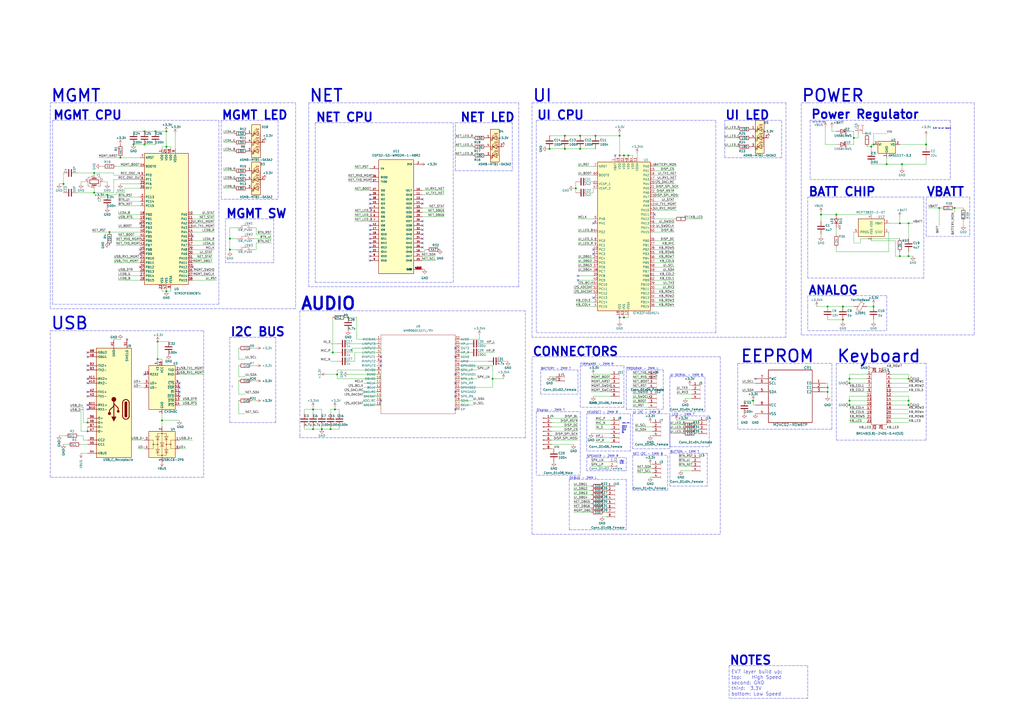
<source format=kicad_sch>
(kicad_sch (version 20211123) (generator eeschema)
  (paper "A2")
  (title_block (title "EV6 - FINN BERG") (date "2023-04-19") (company "CISCO SYSTEMS"))
  (junction (at 492.76 234.95))
  (junction (at 96.52 168.91))
  (junction (at 334.01 109.22))
  (junction (at 506.73 83.82))
  (junction (at 488.95 185.42))
  (junction (at 54.61 111.76))
  (junction (at 133.35 144.78))
  (junction (at 492.76 232.41))
  (junction (at 492.76 219.71))
  (junction (at 537.21 83.82))
  (junction (at 194.31 237.49))
  (junction (at 523.24 95.25))
  (junction (at 77.47 83.82))
  (junction (at 345.44 78.74))
  (junction (at 336.55 86.36))
  (junction (at 359.41 90.17))
  (junction (at 476.25 124.46))
  (junction (at 133.35 138.43))
  (junction (at 96.52 85.09))
  (junction (at 359.41 184.15))
  (junction (at 521.97 129.54))
  (junction (at 527.05 148.59))
  (junction (at 327.66 78.74))
  (junction (at 181.61 248.92))
  (junction (at 527.05 232.41))
  (junction (at 436.88 232.41))
  (junction (at 181.61 237.49))
  (junction (at 488.95 177.8))
  (junction (at 480.06 224.79))
  (junction (at 361.95 90.17))
  (junction (at 327.66 86.36))
  (junction (at 285.75 219.71))
  (junction (at 50.8 245.11))
  (junction (at 527.05 234.95))
  (junction (at 90.17 76.2))
  (junction (at 336.55 78.74))
  (junction (at 506.73 177.8))
  (junction (at 514.35 95.25))
  (junction (at 480.06 227.33))
  (junction (at 485.14 124.46))
  (junction (at 195.58 217.17))
  (junction (at 505.46 85.09))
  (junction (at 201.93 184.15))
  (junction (at 96.52 76.2))
  (junction (at 62.23 113.03))
  (junction (at 63.5 134.62))
  (junction (at 83.82 76.2))
  (junction (at 521.97 148.59))
  (junction (at 527.05 129.54))
  (junction (at 191.77 248.92))
  (junction (at 553.72 120.65))
  (junction (at 50.8 250.19))
  (junction (at 318.77 86.36))
  (junction (at 193.04 204.47))
  (junction (at 36.83 106.68))
  (junction (at 544.83 120.65))
  (junction (at 93.98 243.84))
  (junction (at 83.82 83.82))
  (junction (at 492.76 222.25))
  (junction (at 495.3 80.01))
  (junction (at 359.41 78.74))
  (junction (at 480.06 177.8))
  (junction (at 527.05 219.71))
  (junction (at 361.95 184.15))
  (junction (at 69.85 91.44))
  (junction (at 364.49 90.17))
  (junction (at 91.44 208.28))
  (junction (at 54.61 100.33))
  (junction (at 91.44 198.12))
  (junction (at 186.69 248.92))
  (no_connect (at 104.14 222.25))
  (no_connect (at 344.17 172.72))
  (no_connect (at 50.8 207.01))
  (no_connect (at 214.63 113.03))
  (no_connect (at 245.11 133.35))
  (no_connect (at 81.28 154.94))
  (no_connect (at 111.76 154.94))
  (no_connect (at 214.63 151.13))
  (no_connect (at 50.8 222.25))
  (no_connect (at 335.28 162.56))
  (no_connect (at 264.16 237.49))
  (no_connect (at 245.11 128.27))
  (no_connect (at 220.98 232.41))
  (no_connect (at 214.63 146.05))
  (no_connect (at 214.63 118.11))
  (no_connect (at 245.11 135.89))
  (no_connect (at 50.8 212.09))
  (no_connect (at 50.8 234.95))
  (no_connect (at 50.8 214.63))
  (no_connect (at 214.63 133.35))
  (no_connect (at 245.11 118.11))
  (no_connect (at 214.63 148.59))
  (no_connect (at 50.8 219.71))
  (no_connect (at 245.11 130.81))
  (no_connect (at 214.63 140.97))
  (no_connect (at 245.11 143.51))
  (no_connect (at 83.82 217.17))
  (no_connect (at 264.16 229.87))
  (no_connect (at 73.66 196.85))
  (no_connect (at 220.98 209.55))
  (no_connect (at 264.16 217.17))
  (no_connect (at 245.11 138.43))
  (no_connect (at 214.63 135.89))
  (no_connect (at 356.87 90.17))
  (no_connect (at 214.63 138.43))
  (no_connect (at 104.14 229.87))
  (no_connect (at 50.8 227.33))
  (no_connect (at 81.28 129.54))
  (no_connect (at 50.8 229.87))
  (no_connect (at 220.98 207.01))
  (no_connect (at 214.63 120.65))
  (no_connect (at 245.11 115.57))
  (no_connect (at 264.16 227.33))
  (no_connect (at 81.28 144.78))
  (no_connect (at 344.17 144.78))
  (no_connect (at 81.28 147.32))
  (no_connect (at 438.15 219.71))
  (no_connect (at 335.28 160.02))
  (no_connect (at 379.73 124.46))
  (no_connect (at 104.14 224.79))
  (no_connect (at 214.63 143.51))
  (no_connect (at 264.16 207.01))
  (no_connect (at 50.8 237.49))
  (no_connect (at 214.63 130.81))
  (no_connect (at 264.16 201.93))
  (no_connect (at 220.98 212.09))
  (no_connect (at 245.11 140.97))
  (no_connect (at 264.16 222.25))
  (no_connect (at 214.63 115.57))
  (no_connect (at 111.76 137.16))
  (no_connect (at 104.14 227.33))
  (no_connect (at 344.17 147.32))
  (no_connect (at 344.17 129.54))
  (no_connect (at 50.8 204.47))
  (wire (pts (xy 492.76 229.87) (xy 492.76 232.41)))
  (wire (pts (xy 492.76 240.03) (xy 502.92 240.03)))
  (wire (pts (xy 505.46 213.36) (xy 508 213.36)))
  (polyline (pts (xy 118.11 276.86) (xy 29.21 276.86)))
  (wire (pts (xy 111.76 160.02) (xy 124.46 160.02)))
  (wire (pts (xy 48.26 236.22) (xy 40.64 236.22)))
  (wire (pts (xy 392.43 243.84) (xy 405.13 243.84)))
  (polyline (pts (xy 410.21 262.89) (xy 410.21 281.94)))
  (wire (pts (xy 245.11 125.73) (xy 257.81 125.73)))
  (polyline (pts (xy 388.62 218.44) (xy 408.94 218.44)))
  (wire (pts (xy 76.2 255.27) (xy 83.82 255.27)))
  (polyline (pts (xy 264.16 71.12) (xy 297.18 71.12)))
  (wire (pts (xy 285.75 212.09) (xy 285.75 219.71)))
  (wire (pts (xy 379.73 132.08) (xy 391.16 132.08)))
  (wire (pts (xy 83.82 83.82) (xy 90.17 83.82)))
  (wire (pts (xy 129.54 99.06) (xy 135.89 99.06)))
  (wire (pts (xy 204.47 201.93) (xy 204.47 204.47)))
  (wire (pts (xy 99.06 168.91) (xy 96.52 168.91)))
  (wire (pts (xy 393.7 267.97) (xy 401.32 267.97)))
  (wire (pts (xy 359.41 184.15) (xy 361.95 184.15)))
  (wire (pts (xy 351.79 287.02) (xy 350.52 287.02)))
  (wire (pts (xy 480.06 224.79) (xy 480.06 227.33)))
  (wire (pts (xy 379.73 129.54) (xy 391.16 129.54)))
  (polyline (pts (xy 308.61 195.58) (xy 308.61 59.69)))
  (wire (pts (xy 482.6 76.2) (xy 485.14 76.2)))
  (wire (pts (xy 148.59 212.09) (xy 146.05 212.09)))
  (wire (pts (xy 544.83 120.65) (xy 544.83 130.81)))
  (wire (pts (xy 332.74 109.22) (xy 334.01 109.22)))
  (wire (pts (xy 111.76 147.32) (xy 123.19 147.32)))
  (polyline (pts (xy 464.82 59.69) (xy 468.63 59.69)))
  (wire (pts (xy 397.51 231.14) (xy 401.32 231.14)))
  (wire (pts (xy 335.28 152.4) (xy 344.17 152.4)))
  (wire (pts (xy 46.99 250.19) (xy 46.99 238.76)))
  (wire (pts (xy 148.59 132.08) (xy 148.59 135.89)))
  (wire (pts (xy 96.52 85.09) (xy 96.52 76.2)))
  (wire (pts (xy 335.28 142.24) (xy 344.17 142.24)))
  (wire (pts (xy 336.55 86.36) (xy 345.44 86.36)))
  (wire (pts (xy 246.38 144.78) (xy 246.38 146.05)))
  (wire (pts (xy 379.73 104.14) (xy 392.43 104.14)))
  (polyline (pts (xy 300.99 166.37) (xy 179.07 166.37)))
  (wire (pts (xy 335.28 149.86) (xy 344.17 149.86)))
  (wire (pts (xy 205.74 97.79) (xy 214.63 97.79)))
  (wire (pts (xy 148.59 135.89) (xy 157.48 135.89)))
  (wire (pts (xy 521.97 138.43) (xy 499.11 138.43)))
  (polyline (pts (xy 336.55 212.09) (xy 361.95 212.09)))
  (polyline (pts (xy 336.55 275.59) (xy 311.15 275.59)))
  (wire (pts (xy 342.9 222.25) (xy 354.33 222.25)))
  (wire (pts (xy 521.97 129.54) (xy 521.97 125.73)))
  (wire (pts (xy 492.76 245.11) (xy 502.92 245.11)))
  (wire (pts (xy 146.05 201.93) (xy 148.59 201.93)))
  (wire (pts (xy 59.69 105.41) (xy 62.23 105.41)))
  (wire (pts (xy 497.84 80.01) (xy 495.3 80.01)))
  (polyline (pts (xy 562.61 114.3) (xy 562.61 137.16)))
  (wire (pts (xy 480.06 185.42) (xy 488.95 185.42)))
  (wire (pts (xy 245.11 123.19) (xy 257.81 123.19)))
  (wire (pts (xy 39.37 257.81) (xy 36.83 257.81)))
  (wire (pts (xy 359.41 182.88) (xy 359.41 184.15)))
  (wire (pts (xy 133.35 138.43) (xy 133.35 144.78)))
  (wire (pts (xy 46.99 262.89) (xy 50.8 262.89)))
  (wire (pts (xy 220.98 217.17) (xy 201.93 217.17)))
  (wire (pts (xy 60.96 113.03) (xy 62.23 113.03)))
  (polyline (pts (xy 565.15 194.31) (xy 464.82 194.31)))
  (wire (pts (xy 101.6 77.47) (xy 101.6 86.36)))
  (wire (pts (xy 193.04 184.15) (xy 193.04 204.47)))
  (wire (pts (xy 210.82 222.25) (xy 220.98 222.25)))
  (polyline (pts (xy 313.69 214.63) (xy 335.28 214.63)))
  (wire (pts (xy 111.76 152.4) (xy 123.19 152.4)))
  (wire (pts (xy 521.97 146.05) (xy 521.97 148.59)))
  (polyline (pts (xy 551.18 69.85) (xy 551.18 104.14)))
  (wire (pts (xy 264.16 209.55) (xy 283.21 209.55)))
  (polyline (pts (xy 421.64 69.85) (xy 453.39 69.85)))
  (wire (pts (xy 245.11 156.21) (xy 246.38 156.21)))
  (wire (pts (xy 191.77 199.39) (xy 195.58 199.39)))
  (polyline (pts (xy 367.03 264.16) (xy 367.03 284.48)))
  (wire (pts (xy 191.77 247.65) (xy 191.77 248.92)))
  (wire (pts (xy 77.47 83.82) (xy 83.82 83.82)))
  (wire (pts (xy 495.3 76.2) (xy 495.3 80.01)))
  (wire (pts (xy 344.17 106.68) (xy 344.17 105.41)))
  (polyline (pts (xy 118.11 191.77) (xy 118.11 276.86)))
  (wire (pts (xy 49.53 105.41) (xy 46.99 105.41)))
  (wire (pts (xy 335.28 162.56) (xy 344.17 162.56)))
  (polyline (pts (xy 304.8 254) (xy 304.8 180.34)))
  (wire (pts (xy 245.11 120.65) (xy 257.81 120.65)))
  (wire (pts (xy 111.76 134.62) (xy 124.46 134.62)))
  (wire (pts (xy 379.73 127) (xy 391.16 127)))
  (wire (pts (xy 327.66 78.74) (xy 336.55 78.74)))
  (wire (pts (xy 176.53 248.92) (xy 181.61 248.92)))
  (wire (pts (xy 369.57 274.32) (xy 378.46 274.32)))
  (wire (pts (xy 45.72 252.73) (xy 48.26 252.73)))
  (wire (pts (xy 379.73 165.1) (xy 391.16 165.1)))
  (wire (pts (xy 342.9102 292.1) (xy 332.74 292.1)))
  (wire (pts (xy 335.28 96.52) (xy 344.17 96.52)))
  (polyline (pts (xy 415.29 193.04) (xy 415.29 69.85)))
  (wire (pts (xy 519.43 148.59) (xy 521.97 148.59)))
  (wire (pts (xy 96.52 85.09) (xy 96.52 86.36)))
  (wire (pts (xy 379.73 101.6) (xy 392.43 101.6)))
  (wire (pts (xy 345.44 256.54) (xy 354.33 256.54)))
  (wire (pts (xy 492.76 227.33) (xy 502.92 227.33)))
  (wire (pts (xy 205.74 110.49) (xy 214.63 110.49)))
  (wire (pts (xy 488.95 177.8) (xy 495.3 177.8)))
  (polyline (pts (xy 535.94 161.29) (xy 468.63 161.29)))
  (wire (pts (xy 523.24 95.25) (xy 523.24 97.79)))
  (wire (pts (xy 345.44 78.74) (xy 359.41 78.74)))
  (wire (pts (xy 544.83 120.65) (xy 546.1 120.65)))
  (wire (pts (xy 34.29 252.73) (xy 38.1 252.73)))
  (wire (pts (xy 476.25 124.46) (xy 485.14 124.46)))
  (wire (pts (xy 394.97 273.05) (xy 401.32 273.05)))
  (polyline (pts (xy 537.21 210.82) (xy 485.14 210.82)))
  (wire (pts (xy 558.8 128.27) (xy 558.8 130.81)))
  (wire (pts (xy 138.43 228.6) (xy 142.24 228.6)))
  (wire (pts (xy 196.85 237.49) (xy 194.31 237.49)))
  (wire (pts (xy 379.73 154.94) (xy 391.16 154.94)))
  (wire (pts (xy 148.59 140.97) (xy 157.48 140.97)))
  (wire (pts (xy 553.72 120.65) (xy 553.72 123.19)))
  (wire (pts (xy 514.35 95.25) (xy 523.24 95.25)))
  (wire (pts (xy 58.42 114.3) (xy 60.96 114.3)))
  (wire (pts (xy 264.16 214.63) (xy 276.86 214.63)))
  (wire (pts (xy 129.54 77.47) (xy 135.89 77.47)))
  (polyline (pts (xy 388.62 259.08) (xy 411.48 259.08)))
  (wire (pts (xy 204.47 201.93) (xy 220.98 201.93)))
  (wire (pts (xy 138.43 218.44) (xy 142.24 218.44)))
  (wire (pts (xy 104.14 234.95) (xy 114.3 234.95)))
  (wire (pts (xy 53.34 134.62) (xy 63.5 134.62)))
  (wire (pts (xy 492.76 234.95) (xy 502.92 234.95)))
  (wire (pts (xy 335.28 139.7) (xy 344.17 139.7)))
  (wire (pts (xy 359.41 90.17) (xy 361.95 90.17)))
  (wire (pts (xy 492.76 232.41) (xy 492.76 234.95)))
  (wire (pts (xy 196.85 237.49) (xy 196.85 240.03)))
  (polyline (pts (xy 330.2 307.34) (xy 363.22 307.34)))
  (wire (pts (xy 111.76 162.56) (xy 125.73 162.56)))
  (wire (pts (xy 334.01 109.22) (xy 334.01 111.76)))
  (polyline (pts (xy 468.63 177.8) (xy 468.63 191.77)))
  (polyline (pts (xy 365.76 261.62) (xy 340.36 261.62)))
  (wire (pts (xy 264.16 212.09) (xy 285.75 212.09)))
  (wire (pts (xy 96.52 167.64) (xy 96.52 168.91)))
  (polyline (pts (xy 161.29 115.57) (xy 128.27 115.57)))
  (polyline (pts (xy 330.2 278.13) (xy 363.22 278.13)))
  (wire (pts (xy 137.16 144.78) (xy 133.35 144.78)))
  (polyline (pts (xy 311.15 238.76) (xy 336.55 238.76)))
  (polyline (pts (xy 388.62 218.44) (xy 388.62 238.76)))
  (wire (pts (xy 359.41 184.15) (xy 359.41 186.69)))
  (wire (pts (xy 210.82 227.33) (xy 220.98 227.33)))
  (polyline (pts (xy 128.27 69.85) (xy 161.29 69.85)))
  (polyline (pts (xy 160.02 245.11) (xy 160.02 195.58)))
  (wire (pts (xy 191.77 237.49) (xy 191.77 240.03)))
  (polyline (pts (xy 464.82 194.31) (xy 464.82 59.69)))
  (wire (pts (xy 478.79 224.79) (xy 480.06 224.79)))
  (polyline (pts (xy 384.81 237.49) (xy 363.22 237.49)))
  (wire (pts (xy 492.76 83.82) (xy 495.3 83.82)))
  (wire (pts (xy 245.11 110.49) (xy 257.81 110.49)))
  (wire (pts (xy 138.43 240.03) (xy 142.24 240.03)))
  (wire (pts (xy 245.11 113.03) (xy 257.81 113.03)))
  (polyline (pts (xy 469.9 69.85) (xy 469.9 104.14)))
  (wire (pts (xy 492.76 232.41) (xy 502.92 232.41)))
  (wire (pts (xy 398.78 127) (xy 407.67 127)))
  (wire (pts (xy 59.69 96.52) (xy 58.42 96.52)))
  (wire (pts (xy 393.7 270.51) (xy 401.32 270.51)))
  (wire (pts (xy 427.99 85.09) (xy 420.37 85.09)))
  (wire (pts (xy 69.85 91.44) (xy 81.28 91.44)))
  (wire (pts (xy 318.77 78.74) (xy 327.66 78.74)))
  (wire (pts (xy 344.17 229.87) (xy 354.33 229.87)))
  (wire (pts (xy 516.89 217.17) (xy 527.05 217.17)))
  (wire (pts (xy 176.53 237.49) (xy 176.53 240.03)))
  (polyline (pts (xy 422.91 386.08) (xy 468.63 386.08)))
  (wire (pts (xy 77.47 222.25) (xy 83.82 222.25)))
  (wire (pts (xy 473.71 177.8) (xy 480.06 177.8)))
  (wire (pts (xy 129.54 87.63) (xy 135.89 87.63)))
  (polyline (pts (xy 363.22 214.63) (xy 384.81 214.63)))
  (wire (pts (xy 67.31 111.76) (xy 67.31 113.03)))
  (polyline (pts (xy 308.61 309.88) (xy 308.61 207.01)))
  (wire (pts (xy 320.04 255.27) (xy 335.28 255.27)))
  (wire (pts (xy 427.99 74.93) (xy 420.37 74.93)))
  (wire (pts (xy 147.32 144.78) (xy 148.59 144.78)))
  (wire (pts (xy 379.73 172.72) (xy 391.16 172.72)))
  (wire (pts (xy 359.41 77.47) (xy 359.41 78.74)))
  (wire (pts (xy 342.9 284.48) (xy 332.74 284.48)))
  (wire (pts (xy 50.8 250.19) (xy 46.99 250.19)))
  (polyline (pts (xy 304.8 180.34) (xy 181.61 180.34)))
  (wire (pts (xy 201.93 105.41) (xy 214.63 105.41)))
  (wire (pts (xy 499.11 138.43) (xy 499.11 140.97)))
  (wire (pts (xy 80.01 260.35) (xy 83.82 260.35)))
  (wire (pts (xy 320.04 245.11) (xy 335.28 245.11)))
  (polyline (pts (xy 342.9 240.03) (xy 365.76 240.03)))
  (wire (pts (xy 334.01 177.8) (xy 344.17 177.8)))
  (wire (pts (xy 207.01 196.85) (xy 220.98 196.85)))
  (wire (pts (xy 320.04 260.35) (xy 321.31 260.35)))
  (wire (pts (xy 137.16 138.43) (xy 133.35 138.43)))
  (wire (pts (xy 361.95 90.17) (xy 364.49 90.17)))
  (wire (pts (xy 205.74 204.47) (xy 205.74 209.55)))
  (wire (pts (xy 345.44 243.84) (xy 354.33 243.84)))
  (wire (pts (xy 93.98 208.28) (xy 93.98 209.55)))
  (wire (pts (xy 274.32 85.09) (xy 264.16 85.09)))
  (wire (pts (xy 210.82 229.87) (xy 220.98 229.87)))
  (wire (pts (xy 203.2 199.39) (xy 220.98 199.39)))
  (polyline (pts (xy 363.22 278.13) (xy 363.22 279.4)))
  (wire (pts (xy 379.73 116.84) (xy 391.16 116.84)))
  (wire (pts (xy 320.04 250.19) (xy 335.28 250.19)))
  (wire (pts (xy 186.69 248.92) (xy 186.69 247.65)))
  (wire (pts (xy 553.72 120.65) (xy 558.8 120.65)))
  (polyline (pts (xy 411.48 259.08) (xy 411.48 241.3)))
  (wire (pts (xy 478.79 222.25) (xy 480.06 222.25)))
  (wire (pts (xy 506.73 77.47) (xy 514.35 77.47)))
  (wire (pts (xy 485.14 132.08) (xy 485.14 135.89)))
  (polyline (pts (xy 367.03 284.48) (xy 387.35 284.48)))
  (wire (pts (xy 318.77 86.36) (xy 327.66 86.36)))
  (polyline (pts (xy 417.83 309.88) (xy 308.61 309.88)))
  (polyline (pts (xy 336.55 236.22) (xy 336.55 212.09)))
  (polyline (pts (xy 297.18 99.06) (xy 264.16 99.06)))
  (wire (pts (xy 181.61 237.49) (xy 176.53 237.49)))
  (wire (pts (xy 67.31 139.7) (xy 81.28 139.7)))
  (wire (pts (xy 320.04 252.73) (xy 335.28 252.73)))
  (polyline (pts (xy 535.94 114.3) (xy 535.94 161.29)))
  (wire (pts (xy 379.73 147.32) (xy 391.16 147.32)))
  (wire (pts (xy 364.49 90.17) (xy 364.49 91.44)))
  (polyline (pts (xy 297.18 71.12) (xy 297.18 99.06)))
  (wire (pts (xy 436.88 234.95) (xy 436.88 232.41)))
  (wire (pts (xy 482.6 73.66) (xy 482.6 76.2)))
  (polyline (pts (xy 453.39 69.85) (xy 453.39 91.44)))
  (wire (pts (xy 68.58 114.3) (xy 81.28 114.3)))
  (wire (pts (xy 521.97 148.59) (xy 527.05 148.59)))
  (wire (pts (xy 68.58 124.46) (xy 81.28 124.46)))
  (wire (pts (xy 521.97 83.82) (xy 537.21 83.82)))
  (wire (pts (xy 207.01 196.85) (xy 207.01 184.15)))
  (wire (pts (xy 506.73 185.42) (xy 506.73 186.69)))
  (wire (pts (xy 186.69 237.49) (xy 181.61 237.49)))
  (wire (pts (xy 186.69 237.49) (xy 186.69 240.03)))
  (wire (pts (xy 344.17 111.76) (xy 341.63 111.76)))
  (wire (pts (xy 505.46 248.92) (xy 508 248.92)))
  (polyline (pts (xy 134.62 223.52) (xy 134.62 224.79)))
  (wire (pts (xy 478.79 73.66) (xy 478.79 83.82)))
  (wire (pts (xy 93.98 243.84) (xy 93.98 247.65)))
  (wire (pts (xy 200.66 184.15) (xy 201.93 184.15)))
  (wire (pts (xy 69.85 106.68) (xy 81.28 106.68)))
  (wire (pts (xy 478.79 227.33) (xy 480.06 227.33)))
  (wire (pts (xy 515.62 129.54) (xy 521.97 129.54)))
  (wire (pts (xy 350.52 281.94) (xy 351.79 281.94)))
  (polyline (pts (xy 485.14 255.27) (xy 537.21 255.27)))
  (wire (pts (xy 480.06 222.25) (xy 480.06 224.79)))
  (wire (pts (xy 83.82 76.2) (xy 90.17 76.2)))
  (wire (pts (xy 516.89 240.03) (xy 527.05 240.03)))
  (wire (pts (xy 91.44 198.12) (xy 97.79 198.12)))
  (wire (pts (xy 500.38 77.47) (xy 502.92 77.47)))
  (wire (pts (xy 492.76 237.49) (xy 502.92 237.49)))
  (wire (pts (xy 195.58 214.63) (xy 220.98 214.63)))
  (wire (pts (xy 243.84 95.25) (xy 245.11 95.25)))
  (polyline (pts (xy 363.22 237.49) (xy 363.22 214.63)))
  (wire (pts (xy 502.92 177.8) (xy 506.73 177.8)))
  (wire (pts (xy 505.46 83.82) (xy 506.73 83.82)))
  (polyline (pts (xy 469.9 69.85) (xy 551.18 69.85)))
  (wire (pts (xy 537.21 78.74) (xy 537.21 83.82)))
  (wire (pts (xy 379.73 157.48) (xy 391.16 157.48)))
  (wire (pts (xy 514.35 91.44) (xy 514.35 95.25)))
  (wire (pts (xy 137.16 132.08) (xy 133.35 132.08)))
  (polyline (pts (xy 468.63 114.3) (xy 535.94 114.3)))
  (wire (pts (xy 205.74 125.73) (xy 214.63 125.73)))
  (wire (pts (xy 379.73 119.38) (xy 392.43 119.38)))
  (wire (pts (xy 514.35 248.92) (xy 511.81 248.92)))
  (wire (pts (xy 516.89 224.79) (xy 527.05 224.79)))
  (wire (pts (xy 332.74 170.18) (xy 344.17 170.18)))
  (wire (pts (xy 69.85 196.85) (xy 66.04 196.85)))
  (wire (pts (xy 393.7 265.43) (xy 401.32 265.43)))
  (wire (pts (xy 205.74 204.47) (xy 220.98 204.47)))
  (wire (pts (xy 318.77 86.36) (xy 317.5 86.36)))
  (wire (pts (xy 245.11 148.59) (xy 252.73 148.59)))
  (wire (pts (xy 361.95 90.17) (xy 361.95 91.44)))
  (wire (pts (xy 492.76 217.17) (xy 502.92 217.17)))
  (wire (pts (xy 377.19 276.86) (xy 378.46 276.86)))
  (wire (pts (xy 196.85 247.65) (xy 196.85 248.92)))
  (wire (pts (xy 505.46 95.25) (xy 514.35 95.25)))
  (wire (pts (xy 54.61 100.33) (xy 54.61 101.6)))
  (polyline (pts (xy 304.8 254) (xy 173.99 254)))
  (wire (pts (xy 138.43 212.09) (xy 138.43 218.44)))
  (wire (pts (xy 93.98 85.09) (xy 96.52 85.09)))
  (wire (pts (xy 344.17 105.41) (xy 341.63 105.41)))
  (wire (pts (xy 44.45 111.76) (xy 54.61 111.76)))
  (wire (pts (xy 342.9 270.51) (xy 353.06 270.51)))
  (wire (pts (xy 193.04 204.47) (xy 195.58 204.47)))
  (wire (pts (xy 492.76 217.17) (xy 492.76 219.71)))
  (wire (pts (xy 147.32 132.08) (xy 148.59 132.08)))
  (wire (pts (xy 495.3 134.62) (xy 495.3 140.97)))
  (wire (pts (xy 99.06 85.09) (xy 96.52 85.09)))
  (wire (pts (xy 66.04 149.86) (xy 81.28 149.86)))
  (wire (pts (xy 93.98 240.03) (xy 93.98 243.84)))
  (polyline (pts (xy 330.2 278.13) (xy 330.2 307.34)))
  (polyline (pts (xy 482.6 210.82) (xy 482.6 248.92)))
  (wire (pts (xy 499.11 140.97) (xy 495.3 140.97)))
  (wire (pts (xy 392.43 226.06) (xy 401.32 226.06)))
  (wire (pts (xy 54.61 109.22) (xy 54.61 111.76)))
  (wire (pts (xy 104.14 260.35) (xy 107.95 260.35)))
  (polyline (pts (xy 427.99 210.82) (xy 482.6 210.82)))
  (wire (pts (xy 334.01 175.26) (xy 344.17 175.26)))
  (wire (pts (xy 538.48 120.65) (xy 544.83 120.65)))
  (wire (pts (xy 516.89 229.87) (xy 527.05 229.87)))
  (wire (pts (xy 438.15 234.95) (xy 436.88 234.95)))
  (wire (pts (xy 66.04 111.76) (xy 54.61 111.76)))
  (polyline (pts (xy 181.61 180.34) (xy 173.99 180.34)))
  (polyline (pts (xy 308.61 207.01) (xy 417.83 207.01)))
  (wire (pts (xy 36.83 106.68) (xy 36.83 111.76)))
  (polyline (pts (xy 537.21 137.16) (xy 537.21 114.3)))
  (wire (pts (xy 320.04 257.81) (xy 332.74 257.81)))
  (wire (pts (xy 369.57 271.78) (xy 378.46 271.78)))
  (polyline (pts (xy 29.21 276.86) (xy 29.21 191.77)))
  (polyline (pts (xy 127 69.85) (xy 127 176.53)))
  (wire (pts (xy 327.66 86.36) (xy 336.55 86.36)))
  (wire (pts (xy 111.76 127) (xy 124.46 127)))
  (wire (pts (xy 205.74 209.55) (xy 203.2 209.55)))
  (wire (pts (xy 342.9 251.46) (xy 354.33 251.46)))
  (wire (pts (xy 502.92 85.09) (xy 505.46 85.09)))
  (wire (pts (xy 57.15 91.44) (xy 69.85 91.44)))
  (wire (pts (xy 356.87 91.44) (xy 356.87 90.17)))
  (wire (pts (xy 264.16 219.71) (xy 276.86 219.71)))
  (wire (pts (xy 99.06 167.64) (xy 99.06 168.91)))
  (polyline (pts (xy 420.37 69.85) (xy 421.64 69.85)))
  (wire (pts (xy 93.98 167.64) (xy 93.98 168.91)))
  (polyline (pts (xy 361.95 236.22) (xy 336.55 236.22)))
  (polyline (pts (xy 128.27 69.85) (xy 128.27 115.57)))
  (wire (pts (xy 204.47 204.47) (xy 203.2 204.47)))
  (wire (pts (xy 36.83 106.68) (xy 34.29 106.68)))
  (wire (pts (xy 516.89 232.41) (xy 527.05 232.41)))
  (wire (pts (xy 210.82 234.95) (xy 220.98 234.95)))
  (wire (pts (xy 369.57 88.9) (xy 369.57 91.44)))
  (wire (pts (xy 359.41 90.17) (xy 359.41 91.44)))
  (wire (pts (xy 148.59 220.98) (xy 146.05 220.98)))
  (wire (pts (xy 90.17 76.2) (xy 96.52 76.2)))
  (polyline (pts (xy 311.15 193.04) (xy 415.29 193.04)))
  (wire (pts (xy 361.95 184.15) (xy 364.49 184.15)))
  (polyline (pts (xy 363.22 265.43) (xy 363.22 273.05)))
  (wire (pts (xy 345.44 254) (xy 354.33 254)))
  (polyline (pts (xy 514.35 171.45) (xy 468.63 171.45)))
  (wire (pts (xy 342.9 219.71) (xy 354.33 219.71)))
  (wire (pts (xy 379.73 144.78) (xy 391.16 144.78)))
  (wire (pts (xy 194.31 237.49) (xy 191.77 237.49)))
  (polyline (pts (xy 311.15 238.76) (xy 311.15 275.59)))
  (wire (pts (xy 77.47 76.2) (xy 83.82 76.2)))
  (wire (pts (xy 44.45 100.33) (xy 54.61 100.33)))
  (polyline (pts (xy 262.89 163.83) (xy 262.89 71.12)))
  (wire (pts (xy 176.53 247.65) (xy 176.53 248.92)))
  (wire (pts (xy 492.76 229.87) (xy 502.92 229.87)))
  (wire (pts (xy 245.11 151.13) (xy 252.73 151.13)))
  (wire (pts (xy 403.86 246.38) (xy 405.13 246.38)))
  (polyline (pts (xy 171.45 179.07) (xy 29.21 179.07)))
  (polyline (pts (xy 485.14 210.82) (xy 485.14 210.82)))
  (wire (pts (xy 181.61 247.65) (xy 181.61 248.92)))
  (wire (pts (xy 379.73 134.62) (xy 391.16 134.62)))
  (wire (pts (xy 264.16 199.39) (xy 271.78 199.39)))
  (wire (pts (xy 332.74 281.94) (xy 342.9 281.94)))
  (polyline (pts (xy 455.93 195.58) (xy 308.61 195.58)))
  (wire (pts (xy 50.8 245.11) (xy 48.26 245.11)))
  (polyline (pts (xy 340.36 273.05) (xy 340.36 265.43)))
  (wire (pts (xy 72.39 111.76) (xy 67.31 111.76)))
  (polyline (pts (xy 514.35 191.77) (xy 514.35 171.45)))
  (wire (pts (xy 48.26 255.27) (xy 50.8 255.27)))
  (polyline (pts (xy 160.02 195.58) (xy 133.35 195.58)))
  (wire (pts (xy 318.77 218.44) (xy 322.58 218.44)))
  (wire (pts (xy 480.06 227.33) (xy 480.06 229.87)))
  (wire (pts (xy 91.44 208.28) (xy 93.98 208.28)))
  (polyline (pts (xy 29.21 191.77) (xy 118.11 191.77)))
  (wire (pts (xy 285.75 219.71) (xy 285.75 224.79)))
  (wire (pts (xy 335.28 127) (xy 344.17 127)))
  (wire (pts (xy 476.25 135.89) (xy 476.25 137.16)))
  (wire (pts (xy 335.28 165.1) (xy 344.17 165.1)))
  (wire (pts (xy 480.06 177.8) (xy 488.95 177.8)))
  (wire (pts (xy 195.58 214.63) (xy 195.58 217.17)))
  (wire (pts (xy 361.95 182.88) (xy 361.95 184.15)))
  (polyline (pts (xy 417.83 207.01) (xy 417.83 309.88)))
  (wire (pts (xy 505.46 85.09) (xy 505.46 87.63)))
  (wire (pts (xy 91.44 198.12) (xy 91.44 208.28)))
  (wire (pts (xy 335.28 101.6) (xy 344.17 101.6)))
  (polyline (pts (xy 133.35 245.11) (xy 160.02 245.11)))
  (wire (pts (xy 91.44 208.28) (xy 91.44 209.55)))
  (wire (pts (xy 66.04 100.33) (xy 54.61 100.33)))
  (polyline (pts (xy 365.76 240.03) (xy 365.76 261.62)))
  (wire (pts (xy 537.21 92.71) (xy 537.21 95.25)))
  (polyline (pts (xy 537.21 114.3) (xy 562.61 114.3)))
  (polyline (pts (xy 388.62 260.35) (xy 367.03 260.35)))
  (polyline (pts (xy 387.35 284.48) (xy 387.35 264.16)))
  (wire (pts (xy 66.04 152.4) (xy 81.28 152.4)))
  (polyline (pts (xy 367.03 264.16) (xy 387.35 264.16)))
  (wire (pts (xy 537.21 83.82) (xy 537.21 85.09)))
  (wire (pts (xy 342.9 297.18) (xy 332.74 297.18)))
  (wire (pts (xy 492.76 224.79) (xy 502.92 224.79)))
  (wire (pts (xy 342.9 224.79) (xy 354.33 224.79)))
  (polyline (pts (xy 311.15 69.85) (xy 415.29 69.85)))
  (wire (pts (xy 516.89 219.71) (xy 527.05 219.71)))
  (wire (pts (xy 111.76 142.24) (xy 124.46 142.24)))
  (wire (pts (xy 66.04 101.6) (xy 81.28 101.6)))
  (wire (pts (xy 195.58 219.71) (xy 220.98 219.71)))
  (polyline (pts (xy 565.15 59.69) (xy 565.15 194.31)))
  (wire (pts (xy 516.89 222.25) (xy 527.05 222.25)))
  (polyline (pts (xy 179.07 166.37) (xy 179.07 59.69)))
  (wire (pts (xy 367.03 231.14) (xy 375.92 231.14)))
  (wire (pts (xy 336.55 78.74) (xy 345.44 78.74)))
  (wire (pts (xy 93.98 168.91) (xy 96.52 168.91)))
  (polyline (pts (xy 453.39 91.44) (xy 420.37 91.44)))
  (wire (pts (xy 68.58 127) (xy 81.28 127)))
  (wire (pts (xy 516.89 237.49) (xy 527.05 237.49)))
  (wire (pts (xy 133.35 132.08) (xy 133.35 138.43)))
  (wire (pts (xy 68.58 162.56) (xy 81.28 162.56)))
  (wire (pts (xy 36.83 100.33) (xy 36.83 106.68)))
  (wire (pts (xy 505.46 139.7) (xy 519.43 139.7)))
  (wire (pts (xy 492.76 219.71) (xy 502.92 219.71)))
  (polyline (pts (xy 171.45 59.69) (xy 171.45 179.07)))
  (wire (pts (xy 527.05 138.43) (xy 527.05 129.54)))
  (wire (pts (xy 379.73 106.68) (xy 391.16 106.68)))
  (wire (pts (xy 247.65 144.78) (xy 246.38 144.78)))
  (wire (pts (xy 379.73 96.52) (xy 392.43 96.52)))
  (wire (pts (xy 68.58 157.48) (xy 81.28 157.48)))
  (wire (pts (xy 403.86 248.92) (xy 405.13 248.92)))
  (wire (pts (xy 345.44 246.38) (xy 354.33 246.38)))
  (wire (pts (xy 485.14 146.05) (xy 515.62 146.05)))
  (wire (pts (xy 320.04 220.98) (xy 322.58 220.98)))
  (wire (pts (xy 350.52 297.18) (xy 351.79 297.18)))
  (polyline (pts (xy 551.18 104.14) (xy 469.9 104.14)))
  (wire (pts (xy 379.73 160.02) (xy 391.16 160.02)))
  (polyline (pts (xy 384.81 214.63) (xy 384.81 237.49)))
  (wire (pts (xy 367.03 90.17) (xy 367.03 91.44)))
  (wire (pts (xy 388.62 248.92) (xy 396.24 248.92)))
  (wire (pts (xy 379.73 170.18) (xy 391.16 170.18)))
  (wire (pts (xy 388.62 251.46) (xy 396.24 251.46)))
  (wire (pts (xy 379.73 152.4) (xy 391.16 152.4)))
  (wire (pts (xy 335.28 160.02) (xy 344.17 160.02)))
  (polyline (pts (xy 173.99 254) (xy 173.99 252.73)))
  (wire (pts (xy 68.58 116.84) (xy 81.28 116.84)))
  (polyline (pts (xy 468.63 171.45) (xy 468.63 177.8)))
  (wire (pts (xy 342.9 287.02) (xy 332.74 287.02)))
  (wire (pts (xy 148.59 232.41) (xy 146.05 232.41)))
  (wire (pts (xy 516.89 245.11) (xy 527.05 245.11)))
  (wire (pts (xy 66.04 101.6) (xy 66.04 100.33)))
  (wire (pts (xy 523.24 95.25) (xy 537.21 95.25)))
  (polyline (pts (xy 485.14 210.82) (xy 485.14 255.27)))
  (wire (pts (xy 104.14 217.17) (xy 118.11 217.17)))
  (wire (pts (xy 492.76 76.2) (xy 495.3 76.2)))
  (wire (pts (xy 476.25 123.19) (xy 476.25 124.46)))
  (polyline (pts (xy 130.81 152.4) (xy 130.81 127)))
  (wire (pts (xy 335.28 157.48) (xy 344.17 157.48)))
  (wire (pts (xy 488.95 185.42) (xy 488.95 186.69)))
  (wire (pts (xy 264.16 232.41) (xy 274.32 232.41)))
  (polyline (pts (xy 408.94 238.76) (xy 408.94 218.44)))
  (wire (pts (xy 379.73 109.22) (xy 393.7 109.22)))
  (polyline (pts (xy 427.99 248.92) (xy 427.99 210.82)))
  (wire (pts (xy 342.9 227.33) (xy 354.33 227.33)))
  (wire (pts (xy 367.03 217.17) (xy 375.92 217.17)))
  (wire (pts (xy 359.41 78.74) (xy 359.41 90.17)))
  (wire (pts (xy 379.73 167.64) (xy 391.16 167.64)))
  (polyline (pts (xy 468.63 191.77) (xy 514.35 191.77)))
  (wire (pts (xy 111.76 149.86) (xy 123.19 149.86)))
  (wire (pts (xy 67.31 113.03) (xy 62.23 113.03)))
  (wire (pts (xy 335.28 154.94) (xy 344.17 154.94)))
  (wire (pts (xy 63.5 134.62) (xy 81.28 134.62)))
  (polyline (pts (xy 455.93 59.69) (xy 455.93 195.58)))
  (wire (pts (xy 181.61 237.49) (xy 181.61 240.03)))
  (wire (pts (xy 351.79 294.64) (xy 350.6392 294.64)))
  (polyline (pts (xy 340.36 265.43) (xy 363.22 265.43)))
  (polyline (pts (xy 30.48 69.85) (xy 127 69.85)))
  (wire (pts (xy 46.99 257.81) (xy 50.8 257.81)))
  (polyline (pts (xy 367.03 260.35) (xy 367.03 240.03)))
  (wire (pts (xy 66.04 104.14) (xy 66.04 111.76)))
  (wire (pts (xy 93.98 86.36) (xy 93.98 85.09)))
  (wire (pts (xy 68.58 137.16) (xy 81.28 137.16)))
  (wire (pts (xy 46.99 105.41) (xy 46.99 106.68)))
  (wire (pts (xy 246.38 146.05) (xy 245.11 146.05)))
  (wire (pts (xy 62.23 105.41) (xy 62.23 106.68)))
  (wire (pts (xy 364.49 90.17) (xy 367.03 90.17)))
  (wire (pts (xy 436.88 232.41) (xy 431.8 232.41)))
  (wire (pts (xy 129.54 104.14) (xy 135.89 104.14)))
  (wire (pts (xy 403.86 251.46) (xy 405.13 251.46)))
  (wire (pts (xy 181.61 248.92) (xy 186.69 248.92)))
  (wire (pts (xy 514.35 213.36) (xy 511.81 213.36)))
  (polyline (pts (xy 468.63 161.29) (xy 468.63 114.3)))
  (wire (pts (xy 264.16 234.95) (xy 274.32 234.95)))
  (wire (pts (xy 367.03 222.25) (xy 375.92 222.25)))
  (wire (pts (xy 367.03 233.68) (xy 375.92 233.68)))
  (polyline (pts (xy 537.21 255.27) (xy 537.21 210.82)))
  (wire (pts (xy 68.58 119.38) (xy 81.28 119.38)))
  (polyline (pts (xy 388.62 262.89) (xy 410.21 262.89)))
  (wire (pts (xy 377.19 252.73) (xy 378.46 252.73)))
  (wire (pts (xy 343.0192 294.64) (xy 332.74 294.64)))
  (wire (pts (xy 364.49 182.88) (xy 364.49 184.15)))
  (wire (pts (xy 129.54 109.22) (xy 135.89 109.22)))
  (wire (pts (xy 138.43 201.93) (xy 138.43 208.28)))
  (polyline (pts (xy 173.99 180.34) (xy 173.99 252.73)))
  (wire (pts (xy 527.05 146.05) (xy 527.05 148.59)))
  (wire (pts (xy 485.14 124.46) (xy 505.46 124.46)))
  (polyline (pts (xy 388.62 240.03) (xy 388.62 260.35)))
  (wire (pts (xy 379.73 121.92) (xy 392.43 121.92)))
  (wire (pts (xy 527.05 217.17) (xy 527.05 219.71)))
  (polyline (pts (xy 422.91 386.08) (xy 422.91 405.13)))
  (polyline (pts (xy 182.88 163.83) (xy 262.89 163.83)))
  (wire (pts (xy 351.79 284.48) (xy 350.52 284.48)))
  (wire (pts (xy 278.13 196.85) (xy 278.13 194.31)))
  (wire (pts (xy 379.73 162.56) (xy 391.16 162.56)))
  (wire (pts (xy 46.99 238.76) (xy 40.64 238.76)))
  (wire (pts (xy 68.58 160.02) (xy 81.28 160.02)))
  (wire (pts (xy 111.76 144.78) (xy 124.46 144.78)))
  (polyline (pts (xy 29.21 179.07) (xy 29.21 59.69)))
  (polyline (pts (xy 133.35 195.58) (xy 133.35 245.11)))
  (polyline (pts (xy 340.36 240.03) (xy 342.9 240.03)))
  (polyline (pts (xy 264.16 99.06) (xy 264.16 71.12)))
  (wire (pts (xy 111.76 129.54) (xy 124.46 129.54)))
  (polyline (pts (xy 420.37 91.44) (xy 420.37 69.85)))
  (wire (pts (xy 478.79 83.82) (xy 485.14 83.82)))
  (polyline (pts (xy 367.03 240.03) (xy 388.62 240.03)))
  (wire (pts (xy 519.43 139.7) (xy 519.43 148.59)))
  (wire (pts (xy 529.59 148.59) (xy 527.05 148.59)))
  (wire (pts (xy 194.31 237.49) (xy 194.31 236.22)))
  (wire (pts (xy 485.14 146.05) (xy 485.14 143.51)))
  (polyline (pts (xy 313.69 228.6) (xy 313.69 214.63)))
  (wire (pts (xy 99.06 86.36) (xy 99.06 85.09)))
  (wire (pts (xy 320.04 247.65) (xy 335.28 247.65)))
  (polyline (pts (xy 182.88 71.12) (xy 182.88 163.83)))
  (wire (pts (xy 111.76 139.7) (xy 124.46 139.7)))
  (wire (pts (xy 527.05 129.54) (xy 529.59 129.54)))
  (wire (pts (xy 191.77 204.47) (xy 193.04 204.47)))
  (polyline (pts (xy 410.21 281.94) (xy 388.62 281.94)))
  (wire (pts (xy 351.79 289.56) (xy 350.52 289.56)))
  (wire (pts (xy 379.73 175.26) (xy 391.16 175.26)))
  (wire (pts (xy 342.9 267.97) (xy 353.06 267.97)))
  (wire (pts (xy 67.31 96.52) (xy 81.28 96.52)))
  (wire (pts (xy 497.84 77.47) (xy 497.84 80.01)))
  (wire (pts (xy 379.73 139.7) (xy 391.16 139.7)))
  (wire (pts (xy 191.77 209.55) (xy 195.58 209.55)))
  (polyline (pts (xy 182.88 71.12) (xy 262.89 71.12)))
  (polyline (pts (xy 468.63 59.69) (xy 565.15 59.69)))
  (wire (pts (xy 379.73 114.3) (xy 393.7 114.3)))
  (wire (pts (xy 205.74 128.27) (xy 214.63 128.27)))
  (wire (pts (xy 72.39 109.22) (xy 81.28 109.22)))
  (wire (pts (xy 527.05 129.54) (xy 521.97 129.54)))
  (wire (pts (xy 334.01 105.41) (xy 334.01 109.22)))
  (polyline (pts (xy 29.21 59.69) (xy 171.45 59.69)))
  (wire (pts (xy 345.44 248.92) (xy 354.33 248.92)))
  (wire (pts (xy 379.73 177.8) (xy 391.16 177.8)))
  (polyline (pts (xy 388.62 238.76) (xy 408.94 238.76)))
  (polyline (pts (xy 161.29 69.85) (xy 161.29 115.57)))
  (polyline (pts (xy 562.61 137.16) (xy 537.21 137.16)))
  (wire (pts (xy 111.76 132.08) (xy 124.46 132.08)))
  (wire (pts (xy 57.15 116.84) (xy 58.42 116.84)))
  (wire (pts (xy 515.62 146.05) (xy 515.62 134.62)))
  (wire (pts (xy 48.26 245.11) (xy 48.26 236.22)))
  (polyline (pts (xy 308.61 59.69) (xy 455.93 59.69)))
  (wire (pts (xy 516.89 227.33) (xy 527.05 227.33)))
  (polyline (pts (xy 340.36 261.62) (xy 340.36 240.03)))
  (wire (pts (xy 104.14 214.63) (xy 118.11 214.63)))
  (wire (pts (xy 320.04 242.57) (xy 335.28 242.57)))
  (wire (pts (xy 377.19 269.24) (xy 378.46 269.24)))
  (wire (pts (xy 388.62 246.38) (xy 396.24 246.38)))
  (wire (pts (xy 367.03 219.71) (xy 375.92 219.71)))
  (wire (pts (xy 379.73 142.24) (xy 391.16 142.24)))
  (wire (pts (xy 430.53 227.33) (xy 438.15 227.33)))
  (wire (pts (xy 368.3 250.19) (xy 378.46 250.19)))
  (wire (pts (xy 104.14 232.41) (xy 114.3 232.41)))
  (wire (pts (xy 505.46 83.82) (xy 505.46 85.09)))
  (wire (pts (xy 181.61 237.49) (xy 181.61 236.22)))
  (wire (pts (xy 430.53 222.25) (xy 438.15 222.25)))
  (wire (pts (xy 506.73 83.82) (xy 506.73 77.47)))
  (wire (pts (xy 527.05 229.87) (xy 527.05 232.41)))
  (wire (pts (xy 285.75 219.71) (xy 292.1 219.71)))
  (wire (pts (xy 48.26 252.73) (xy 48.26 255.27)))
  (polyline (pts (xy 179.07 59.69) (xy 300.99 59.69)))
  (polyline (pts (xy 127 176.53) (xy 30.48 176.53)))
  (polyline (pts (xy 361.95 212.09) (xy 361.95 236.22)))
  (wire (pts (xy 201.93 184.15) (xy 207.01 184.15)))
  (wire (pts (xy 147.32 138.43) (xy 157.48 138.43)))
  (wire (pts (xy 148.59 144.78) (xy 148.59 140.97)))
  (polyline (pts (xy 363.22 307.34) (xy 363.22 279.4)))
  (wire (pts (xy 138.43 208.28) (xy 142.24 208.28)))
  (wire (pts (xy 290.83 209.55) (xy 294.64 209.55)))
  (wire (pts (xy 111.76 157.48) (xy 124.46 157.48)))
  (polyline (pts (xy 388.62 281.94) (xy 388.62 262.89)))
  (wire (pts (xy 195.58 217.17) (xy 189.23 217.17)))
  (wire (pts (xy 274.32 80.01) (xy 264.16 80.01)))
  (polyline (pts (xy 158.75 127) (xy 158.75 152.4)))
  (polyline (pts (xy 411.48 241.3) (xy 388.62 241.3)))
  (wire (pts (xy 72.39 109.22) (xy 72.39 111.76)))
  (wire (pts (xy 111.76 124.46) (xy 124.46 124.46)))
  (wire (pts (xy 527.05 232.41) (xy 527.05 234.95)))
  (wire (pts (xy 495.3 80.01) (xy 495.3 83.82)))
  (wire (pts (xy 492.76 242.57) (xy 502.92 242.57)))
  (wire (pts (xy 264.16 196.85) (xy 278.13 196.85)))
  (wire (pts (xy 349.25 299.72) (xy 351.79 299.72)))
  (wire (pts (xy 195.58 217.17) (xy 195.58 219.71)))
  (wire (pts (xy 274.32 90.17) (xy 264.16 90.17)))
  (wire (pts (xy 104.14 255.27) (xy 111.76 255.27)))
  (wire (pts (xy 367.03 224.79) (xy 375.92 224.79)))
  (wire (pts (xy 77.47 224.79) (xy 83.82 224.79)))
  (wire (pts (xy 379.73 111.76) (xy 391.16 111.76)))
  (wire (pts (xy 344.17 109.22) (xy 344.17 111.76)))
  (polyline (pts (xy 363.22 273.05) (xy 361.95 273.05)))
  (wire (pts (xy 392.43 228.6) (xy 401.32 228.6)))
  (wire (pts (xy 50.8 247.65) (xy 50.8 250.19)))
  (wire (pts (xy 129.54 82.55) (xy 135.89 82.55)))
  (polyline (pts (xy 468.63 386.08) (xy 468.63 405.13)))
  (wire (pts (xy 516.89 234.95) (xy 527.05 234.95)))
  (polyline (pts (xy 335.28 228.6) (xy 313.69 228.6)))
  (wire (pts (xy 344.17 217.17) (xy 354.33 217.17)))
  (wire (pts (xy 367.03 228.6) (xy 375.92 228.6)))
  (wire (pts (xy 133.35 144.78) (xy 133.35 146.05)))
  (wire (pts (xy 264.16 204.47) (xy 271.78 204.47)))
  (wire (pts (xy 377.19 245.11) (xy 378.46 245.11)))
  (polyline (pts (xy 311.15 69.85) (xy 311.15 193.04)))
  (polyline (pts (xy 468.63 405.13) (xy 422.91 405.13)))
  (wire (pts (xy 379.73 99.06) (xy 391.16 99.06)))
  (wire (pts (xy 368.3 247.65) (xy 378.46 247.65)))
  (wire (pts (xy 264.16 224.79) (xy 285.75 224.79)))
  (wire (pts (xy 66.04 104.14) (xy 81.28 104.14)))
  (wire (pts (xy 506.73 176.53) (xy 506.73 177.8)))
  (wire (pts (xy 138.43 220.98) (xy 138.43 228.6)))
  (polyline (pts (xy 336.55 238.76) (xy 336.55 275.59)))
  (wire (pts (xy 50.8 242.57) (xy 50.8 245.11)))
  (wire (pts (xy 58.42 116.84) (xy 58.42 114.3)))
  (polyline (pts (xy 130.81 127) (xy 158.75 127)))
  (wire (pts (xy 196.85 248.92) (xy 191.77 248.92)))
  (polyline (pts (xy 335.28 214.63) (xy 335.28 228.6)))
  (wire (pts (xy 342.9 289.56) (xy 332.74 289.56)))
  (wire (pts (xy 400.05 223.52) (xy 401.32 223.52)))
  (wire (pts (xy 427.99 80.01) (xy 420.37 80.01)))
  (wire (pts (xy 379.73 149.86) (xy 391.16 149.86)))
  (wire (pts (xy 332.74 167.64) (xy 344.17 167.64)))
  (wire (pts (xy 476.25 124.46) (xy 476.25 128.27)))
  (wire (pts (xy 191.77 248.92) (xy 186.69 248.92)))
  (wire (pts (xy 68.58 132.08) (xy 81.28 132.08)))
  (wire (pts (xy 138.43 232.41) (xy 138.43 240.03)))
  (polyline (pts (xy 482.6 248.92) (xy 427.99 248.92)))
  (wire (pts (xy 279.4 199.39) (xy 287.02 199.39)))
  (wire (pts (xy 67.31 142.24) (xy 81.28 142.24)))
  (wire (pts (xy 492.76 222.25) (xy 502.92 222.25)))
  (polyline (pts (xy 388.62 241.3) (xy 388.62 259.08)))
  (polyline (pts (xy 158.75 152.4) (xy 130.81 152.4)))
  (wire (pts (xy 516.89 242.57) (xy 527.05 242.57)))
  (wire (pts (xy 205.74 123.19) (xy 214.63 123.19)))
  (wire (pts (xy 492.76 219.71) (xy 492.76 222.25)))
  (wire (pts (xy 367.03 236.22) (xy 375.92 236.22)))
  (polyline (pts (xy 300.99 59.69) (xy 300.99 166.37)))
  (wire (pts (xy 279.4 204.47) (xy 287.02 204.47)))
  (polyline (pts (xy 30.48 69.85) (xy 30.48 176.53)))
  (wire (pts (xy 351.79 292.1) (xy 350.5302 292.1)))
  (wire (pts (xy 60.96 114.3) (xy 60.96 113.03)))
  (wire (pts (xy 93.98 243.84) (xy 104.14 243.84)))
  (wire (pts (xy 335.28 134.62) (xy 344.17 134.62)))
  (polyline (pts (xy 361.95 273.05) (xy 340.36 273.05)))
  (wire (pts (xy 201.93 102.87) (xy 214.63 102.87)))
  (wire (pts (xy 210.82 224.79) (xy 220.98 224.79)))
  (text "MGMT " (at 29.21 59.69 0) (effects (font (size 7 7) (thickness 1) bold) (justify left bottom)))
  (text "VBATT" (at 537.21 114.3 0) (effects (font (size 5 5) bold) (justify left bottom)))
  (text "SPEAKER - 2MM R\n" (at 340.36 265.43 0) (effects (font (size 1.27 1.27)) (justify left bottom)))
  (text "UI\n" (at 308.61 59.69 0) (effects (font (size 7 7) (thickness 1) bold) (justify left bottom)))
  (text "NET CPU" (at 182.88 71.12 0) (effects (font (size 5 5) (thickness 1) bold) (justify left bottom)))
  (text "MGMT CPU" (at 30.48 69.85 0) (effects (font (size 5 5) (thickness 1) bold) (justify left bottom)))
  (text "BATT CHIP" (at 468.63 114.3 0) (effects (font (size 5 5) (thickness 1) bold) (justify left bottom)))
  (text "NET" (at 179.07 59.69 0) (effects (font (size 7 7) (thickness 1) bold) (justify left bottom)))
  (text "POWER\n" (at 501.65 59.69 180) (effects (font (size 7 7) (thickness 1) bold) (justify right bottom)))
  (text "PROGRAM - 2MM L\n" (at 363.22 214.63 0) (effects (font (size 1.27 1.27)) (justify left bottom)))
  (text "CONNECTORS" (at 308.61 207.01 0) (effects (font (size 5 5) (thickness 1) bold) (justify left bottom)))
  (text "3.3V to all board" (at 541.02 74.93 0) (effects (font (size 0.8 0.8)) (justify left bottom)))
  (text "NET LED" (at 266.7 71.12 0) (effects (font (size 5 5) (thickness 1) bold) (justify left bottom)))
  (text "UI CPU" (at 311.15 69.85 0) (effects (font (size 5 5) (thickness 1) bold) (justify left bottom)))
  (text "HEADSET - 2MM R\n" (at 340.36 240.03 0) (effects (font (size 1.27 1.27)) (justify left bottom)))
  (text "BATTERY - 2MM T" (at 313.69 214.63 0) (effects (font (size 1.27 1.27)) (justify left bottom)))
  (text "BUTTON - 1MM T" (at 388.62 262.89 0) (effects (font (size 1.27 1.27)) (justify left bottom)))
  (text "EV7 layer build up:\ntop:    High Speed\nsecond: GND\nthird:  3.3V\nbottom: Low Speed" (at 424.18 403.86 0) (effects (font (size 2 2)) (justify left bottom)))
  (text "LABEL: 1MM\n\n1:MIC_P\n2:MIC_N\n3:IN_3\n4:GND\n5:L\n6:R" (at 360.68 251.46 0) (effects (font (size 0.5 0.5)) (justify left bottom)))
  (text "AUDIO\n" (at 173.99 180.34 0) (effects (font (size 7 7) bold) (justify left bottom)))
  (text "MGMT SW\n" (at 130.81 127 0) (effects (font (size 5 5) (thickness 1) bold) (justify left bottom)))
  (text "UI SERIAL - 1MM B" (at 388.62 218.44 0) (effects (font (size 1.27 1.27)) (justify left bottom)))
  (text "EEPROM" (at 429.26 210.82 0) (effects (font (size 7 7) (thickness 1) bold) (justify left bottom)))
  (text "UI I2C - 1MM B" (at 367.03 240.03 0) (effects (font (size 1.27 1.27)) (justify left bottom)))
  (text "I2C BUS" (at 133.35 195.58 0) (effects (font (size 5 5) bold) (justify left bottom)))
  (text "FIRMWARE - 2MM R\n" (at 336.55 212.09 0) (effects (font (size 1.27 1.27)) (justify left bottom)))
  (text "USB" (at 29.21 191.77 0) (effects (font (size 7 7) (thickness 1) bold) (justify left bottom)))
  (text "VBUS from USB-C (5.0V)" (at 471.17 71.12 0) (effects (font (size 0.4 0.4)) (justify left bottom)))
  (text "MGMT LED\n" (at 128.27 69.85 0) (effects (font (size 5 5) (thickness 1) bold) (justify left bottom)))
  (text "LABEL:\n1: SP-\n2: SP+" (at 359.41 269.24 0) (effects (font (size 0.5 0.5)) (justify left bottom)))
  (text "LED - 1MM T\n" (at 389.89 241.3 0) (effects (font (size 1.27 1.27)) (justify left bottom)))
  (text "NOTES" (at 422.91 386.08 0) (effects (font (size 5 5) (thickness 1) bold) (justify left bottom)))
  (text "Power Regulator\n\n" (at 533.4 77.47 180) (effects (font (size 5 5) (thickness 1) bold) (justify right bottom)))
  (text "Keyboard" (at 485.14 210.82 0) (effects (font (size 7 7) (thickness 1) bold) (justify left bottom)))
  (text "Display - 2MM T" (at 311.15 238.76 0) (effects (font (size 1.27 1.27)) (justify left bottom)))
  (text "DEBUG - 2MM L" (at 330.2 278.13 0) (effects (font (size 1.27 1.27)) (justify left bottom)))
  (text "UI LED\n" (at 420.37 69.85 0) (effects (font (size 5 5) (thickness 1) bold) (justify left bottom)))
  (text "NET I2C - 1MM B\n" (at 367.03 264.16 0) (effects (font (size 1.27 1.27)) (justify left bottom)))
  (text "ANALOG" (at 468.63 171.45 0) (effects (font (size 5 5) (thickness 1) bold) (justify left bottom)))
  (label "NET_TX0_MGMT" (at 367.03 217.17 0))
  (label "KB_ROW3" (at 527.05 237.49 0))
  (label "KB_LED" (at 505.46 248.92 180))
  (label "KB_COL5" (at 492.76 240.03 0))
  (label "UD+" (at 77.47 222.25 0))
  (label "USB_RTS" (at 68.58 127 0))
  (label "NET_SDA" (at 142.24 228.6 0))
  (label "KB_ROW2" (at 391.16 172.72 180))
  (label "HP_R" (at 287.02 204.47 180))
  (label "UI_LED_R" (at 420.37 74.93 0))
  (label "KB_COL2" (at 492.76 227.33 0))
  (label "UI_DBG3" (at 335.28 154.94 0))
  (label "UI_LED_B" (at 388.62 246.38 0))
  (label "I2S_DACDAT" (at 210.82 229.87 180))
  (label "LEDA_R" (at 129.54 77.47 0))
  (label "DISP_SPI_MOSI" (at 335.28 255.27 180))
  (label "SPK_LN" (at 276.86 219.71 0))
  (label "UI_DBG3" (at 332.74 287.02 0))
  (label "NET_RX0_MGMT" (at 367.03 219.71 0))
  (label "UI_TX1_NET" (at 257.81 113.03 180))
  (label "UI_BOOT" (at 335.28 101.6 0))
  (label "MGMT_NRST" (at 57.15 91.44 0))
  (label "MIC_N" (at 191.77 209.55 180))
  (label "KB_ROW6" (at 527.05 242.57 0))
  (label "IN_3" (at 191.77 199.39 180))
  (label "NET_DBG6" (at 332.74 294.64 0))
  (label "NET_DBG5" (at 332.74 292.1 0))
  (label "UD+" (at 107.95 260.35 180))
  (label "KB_ROW2" (at 527.05 224.79 0))
  (label "MIC_P" (at 191.77 204.47 180))
  (label "HP_R" (at 345.44 256.54 0))
  (label "UI_SCL" (at 368.3 247.65 0))
  (label "SPK_LN" (at 342.9 267.97 0))
  (label "LEDB_B" (at 68.58 162.56 0))
  (label "UI_TX1_MGMT" (at 392.43 119.38 180))
  (label "UI_LED_R" (at 335.28 142.24 0))
  (label "UI_TX1_NET" (at 392.43 101.6 180))
  (label "NET_SCL" (at 252.73 151.13 180))
  (label "UI_DBG2" (at 335.28 152.4 0))
  (label "BATT" (at 320.04 220.98 0))
  (label "DISP_BL" (at 391.16 134.62 180))
  (label "UI_STAT" (at 123.19 147.32 180))
  (label "UI_DBG1" (at 335.28 149.86 0))
  (label "LEDA_B" (at 129.54 87.63 0))
  (label "BTN_NET" (at 68.58 119.38 0))
  (label "UI_RST" (at 125.73 162.56 180))
  (label "KB_COL1" (at 492.76 224.79 0))
  (label "UI_RX3" (at 391.16 167.64 180))
  (label "BTN_NET" (at 157.48 140.97 180))
  (label "USB_RX1_MGMT" (at 66.04 149.86 0))
  (label "UI_LED_R" (at 388.62 251.46 0))
  (label "NET_RST" (at 367.03 224.79 0))
  (label "KB_ROW4" (at 391.16 177.8 180))
  (label "MGMT_NRST" (at 342.9 222.25 0))
  (label "DISP_BL" (at 335.28 242.57 180))
  (label "BATTERY_MON" (at 553.72 123.19 270))
  (label "UI_SDA" (at 391.16 157.48 180))
  (label "RCC_OSC_OUT" (at 68.58 104.14 0))
  (label "NET_TX0_MGMT" (at 201.93 105.41 0))
  (label "UI_SWDIO" (at 391.16 129.54 180))
  (label "UI_SCL" (at 391.16 154.94 180))
  (label "NET_SCL" (at 142.24 240.03 0))
  (label "NET_SDA" (at 252.73 148.59 180))
  (label "VIN" (at 321.31 260.35 0))
  (label "BTN_UI" (at 157.48 138.43 180))
  (label "UI_SCL" (at 274.32 234.95 0))
  (label "USB_D+" (at 40.64 236.22 0))
  (label "MGMT_BOOT" (at 342.9 219.71 0))
  (label "I2S_ADCDAT" (at 332.74 167.64 0))
  (label "USB_D-" (at 40.64 238.76 0))
  (label "BTN_RST" (at 157.48 135.89 180))
  (label "UI_DBG1" (at 332.74 281.94 0))
  (label "I2S_ADCDAT" (at 210.82 234.95 180))
  (label "KB_ROW4" (at 527.05 240.03 0))
  (label "USB_DTR" (at 114.3 232.41 180))
  (label "UI_RX1_MGMT" (at 124.46 129.54 180))
  (label "UI_SDA" (at 142.24 218.44 0))
  (label "BTN_RST" (at 68.58 114.3 0))
  (label "BTN_UI" (at 68.58 116.84 0))
  (label "KB_COL2" (at 391.16 160.02 180))
  (label "UI_RX1_MGMT" (at 392.43 121.92 180))
  (label "NET_LED_R" (at 205.74 123.19 0))
  (label "NET_RST" (at 205.74 97.79 0))
  (label "NET_LED_G" (at 264.16 85.09 0))
  (label "BTN_RST" (at 393.7 265.43 0))
  (label "DISP_RSTR" (at 335.28 245.11 180))
  (label "UI_SCL" (at 142.24 208.28 0))
  (label "MGMT_DBG7" (at 332.74 297.18 0))
  (label "NET_DBG6" (at 257.81 125.73 180))
  (label "UI_RST" (at 367.03 236.22 0))
  (label "KB_COL5" (at 391.16 152.4 180))
  (label "UI_DBG4" (at 332.74 289.56 0))
  (label "KB_LED" (at 527.05 245.11 0))
  (label "BTN_UI" (at 393.7 267.97 0))
  (label "UI_SDA" (at 274.32 232.41 0))
  (label "UI_TX3" (at 392.43 226.06 0))
  (label "KB_COL4" (at 492.76 237.49 0))
  (label "UI_TX3" (at 391.16 165.1 180))
  (label "DISP_CS" (at 391.16 99.06 180))
  (label "NET_SCL" (at 369.57 274.32 0))
  (label "UI_LED_B" (at 420.37 85.09 0))
  (label "KB_LED" (at 492.76 245.11 0))
  (label "MCLK" (at 335.28 127 0))
  (label "USB_D+" (at 111.76 255.27 180))
  (label "MGMT_DBG7" (at 123.19 152.4 180))
  (label "UD-" (at 80.01 260.35 0))
  (label "I2S_BCLK" (at 335.28 165.1 0))
  (label "LEDA_R" (at 124.46 139.7 180))
  (label "USB_TX1_MGMT" (at 66.04 152.4 0))
  (label "UI_RX3" (at 392.43 228.6 0))
  (label "BTN_NET" (at 393.7 270.51 0))
  (label "KB_COL1" (at 391.16 162.56 180))
  (label "UI_SDA" (at 430.53 227.33 0))
  (label "KB_ROW1" (at 391.16 170.18 180))
  (label "KB_COL4" (at 334.01 177.8 0))
  (label "LEDA_G" (at 124.46 142.24 180))
  (label "VBATT" (at 538.48 120.65 0))
  (label "KB_ROW6" (at 391.16 147.32 180))
  (label "UI_RX1_NET" (at 392.43 104.14 180))
  (label "I2S_DACLRC" (at 210.82 227.33 180))
  (label "USB_RTS" (at 114.3 234.95 180))
  (label "LEDB_B" (at 129.54 109.22 0))
  (label "LEDB_G" (at 129.54 104.14 0))
  (label "DISP_CS" (at 335.28 250.19 180))
  (label "NET_STAT" (at 124.46 127 180))
  (label "UI_STAT" (at 124.46 124.46 180))
  (label "NET_STAT" (at 257.81 120.65 180))
  (label "NET_LED_B" (at 205.74 128.27 0))
  (label "UI_BOOT" (at 367.03 233.68 0))
  (label "KB_ROW3" (at 391.16 175.26 180))
  (label "NET_RX0_MGMT" (at 67.31 139.7 0))
  (label "KB_ROW5" (at 391.16 144.78 180))
  (label "KB_ROW7" (at 514.35 213.36 0))
  (label "HP_L" (at 287.02 199.39 180))
  (label "USB_RX1_MGMT" (at 118.11 217.17 180))
  (label "DISP_DC" (at 391.16 139.7 180))
  (label "UI_DBG4" (at 335.28 157.48 0))
  (label "NET_LED_B" (at 264.16 90.17 0))
  (label "KB_ROW7" (at 391.16 149.86 180))
  (label "LEDB_R" (at 129.54 99.06 0))
  (label "VIN" (at 514.35 77.47 0))
  (label "KB_COL3" (at 527.05 227.33 0))
  (label "NET_BOOT" (at 68.58 137.16 0))
  (label "KB_COL3" (at 334.01 175.26 0))
  (label "MCLK" (at 210.82 222.25 180))
  (label "NET_SDA" (at 369.57 271.78 0))
  (label "UI_RX1_NET" (at 257.81 110.49 180))
  (label "MGMT_SWCLK" (at 124.46 160.02 180))
  (label "UI_DBG2" (at 332.74 284.48 0))
  (label "MGMT_SWCLK" (at 342.9 227.33 0))
  (label "NET_BOOT" (at 205.74 110.49 0))
  (label "DISP_SPI_MOSI" (at 393.7 114.3 180))
  (label "UI_TX1_MGMT" (at 124.46 132.08 180))
  (label "UI_SWDCLK" (at 367.03 231.14 0))
  (label "KB_ROW1" (at 527.05 222.25 0))
  (label "NET_LED_G" (at 205.74 125.73 0))
  (label "UI_SDA" (at 368.3 250.19 0))
  (label "BATTERY_MON" (at 392.43 96.52 180))
  (label "IN_3" (at 345.44 248.92 0))
  (label "UI_LED_G" (at 420.37 80.01 0))
  (label "NET_STAT" (at 123.19 149.86 180))
  (label "SPK_LP" (at 342.9 270.51 0))
  (label "NET_BOOT" (at 367.03 222.25 0))
  (label "MIC_P" (at 345.44 243.84 0))
  (label "MGMT_SWDIO" (at 124.46 157.48 180))
  (label "I2S_DACDAT" (at 332.74 170.18 0))
  (label "LEDA_G" (at 129.54 82.55 0))
  (label "NET_DBG5" (at 257.81 123.19 180))
  (label "LEDA_B" (at 68.58 124.46 0))
  (label "VBATT" (at 529.59 129.54 0))
  (label "KB_LED" (at 514.35 248.92 0))
  (label "USB_DTR" (at 68.58 157.48 0))
  (label "UI_STAT" (at 391.16 116.84 180))
  (label "I2S_BCLK" (at 210.82 224.79 180))
  (label "LEDB_G" (at 68.58 160.02 0))
  (label "UI_LED_G" (at 335.28 139.7 0))
  (label "UI_SWDCLK" (at 391.16 132.08 180))
  (label "RCC_OSC_IN" (at 69.85 101.6 0))
  (label "UI_RST" (at 335.28 96.52 0))
  (label "MGMT_BOOT" (at 69.85 96.52 0))
  (label "KB_LED" (at 407.67 127 180))
  (label "KB_ROW5" (at 492.76 242.57 0))
  (label "KB_MIC" (at 391.16 142.24 180))
  (label "MGMT_SWDIO" (at 342.9 224.79 0))
  (label "DISP_SPI_SCK" (at 335.28 252.73 180))
  (label "DISP_DC" (at 335.28 247.65 180))
  (label "UI_SCL" (at 430.53 222.25 0))
  (label "NET_RST" (at 53.34 134.62 0))
  (label "USB_D-" (at 76.2 255.27 0))
  (label "NET_RX0_MGMT" (at 201.93 102.87 0))
  (label "LEDB_R" (at 124.46 134.62 180))
  (label "DISP_RSTR" (at 391.16 111.76 180))
  (label "UI_BOOT" (at 68.58 132.08 0))
  (label "SPK_LP" (at 276.86 214.63 0))
  (label "UI_SWDIO" (at 367.03 228.6 0))
  (label "NET_LED_R" (at 264.16 80.01 0))
  (label "NET_TX0_MGMT" (at 67.31 142.24 0))
  (label "UI_LED_G" (at 388.62 248.92 0))
  (label "USB_TX1_MGMT" (at 118.11 214.63 180))
  (label "MCLK" (at 124.46 144.78 180))
  (label "BATT" (at 544.83 130.81 270))
  (label "MIC_N" (at 345.44 246.38 0))
  (label "DISP_SPI_SCK" (at 393.7 109.22 180))
  (label "UD-" (at 77.47 224.79 0))
  (label "HP_L" (at 345.44 254 0))
  (label "I2S_DACLRC" (at 391.16 106.68 180))
  (label "UI_LED_B" (at 335.28 134.62 0))
  (symbol (lib_id "power:+3.3V") (at 57.15 116.84 0) (unit 1)
    (property "Reference" "#PWR0175" (effects hide))
    (property "Value" "+3.3V" (at 54.61 113.03 0) (effects (justify left)))
  )
  (symbol (lib_id "Device:R") (at 63.5 138.43 0) (unit 1)
    (property "Reference" "R4" (at 60.96 137.16 90))
    (property "Value" "15k" (at 63.5 138.43 90))
    (property "Footprint" "Resistor_SMD:R_0402_1005Metric" (effects hide))
  )
  (symbol (lib_id "Device:C") (at 275.59 204.47 90) (unit 1)
    (property "Reference" "C29" (at 280.67 203.2 90) (effects (justify left)))
    (property "Value" "100U" (at 281.94 205.74 90) (effects (justify left)))
    (property "Footprint" "Capacitor_SMD:C_1206_3216Metric" (effects hide))
  )
  (symbol (lib_id "Connector:Conn_01x02_Female") (at 327.66 218.44 0) (unit 1)
    (property "Reference" "J1" (at 325.12 217.17 0) (effects (justify left)))
    (property "Value" "Conn_01x02_Female" (at 314.96 226.06 0) (effects (justify left)))
    (property "Footprint" "Connector_JST:JST_PH_S2B-PH-SM4-TB_1x02-1MP_P2.00mm_Horizontal" (effects hide))
  )
  (symbol (lib_id "Device:C") (at 345.44 82.55 0) (unit 1)
    (property "Reference" "C11" (at 347.98 81.28 0) (effects (justify left)))
    (property "Value" "100n" (at 347.98 83.82 0) (effects (justify left)))
    (property "Footprint" "Capacitor_SMD:C_0402_1005Metric" (effects hide))
  )
  (symbol (lib_id "power:GND") (at 58.42 96.52 270) (unit 1)
    (property "Reference" "#PWR0163" (effects hide))
    (property "Value" "GND" (at 54.61 96.52 0))
  )
  (symbol (lib_id "Diode:1N5819WS") (at 488.95 83.82 180) (unit 1)
    (property "Reference" "D10" (at 491.49 82.55 0))
    (property "Value" "1N5819WS" (at 488.95 86.36 0))
    (property "Footprint" "Diode_SMD:D_SOD-323" (effects hide))
    (property "Datasheet" "https://datasheet.lcsc.com/lcsc/2204281430_Guangdong-Hottech-1N5819WS_C191023.pdf" (effects hide))
  )
  (symbol (lib_id "power:+3.3V") (at 445.77 80.01 0) (unit 1)
    (property "Reference" "#PWR0120" (effects hide))
    (property "Value" "+3.3V" (at 445.77 76.2 0))
  )
  (symbol (lib_id "power:GND") (at 34.29 106.68 0) (unit 1)
    (property "Reference" "#PWR0109" (effects hide))
    (property "Value" "GND" (at 34.29 110.49 0))
  )
  (symbol (lib_id "Device:C") (at 275.59 199.39 90) (unit 1)
    (property "Reference" "C30" (at 280.67 198.12 90) (effects (justify left)))
    (property "Value" "100U" (at 281.94 200.66 90) (effects (justify left)))
    (property "Footprint" "Capacitor_SMD:C_1206_3216Metric" (effects hide))
  )
  (symbol (lib_id "power:+3.3V") (at 344.17 217.17 0) (unit 1)
    (property "Reference" "#PWR0123" (effects hide))
    (property "Value" "+3.3V" (at 341.63 213.36 0) (effects (justify left)))
  )
  (symbol (lib_id "power:GND") (at 318.77 218.44 0) (unit 1)
    (property "Reference" "#PWR0131" (effects hide))
    (property "Value" "GND" (at 318.77 222.25 0))
  )
  (symbol (lib_id "Device:C") (at 77.47 80.01 0) (unit 1)
    (property "Reference" "C24" (at 77.47 77.47 0) (effects (justify left)))
    (property "Value" "100n" (at 77.47 82.55 0) (effects (justify left)))
    (property "Footprint" "Capacitor_SMD:C_0402_1005Metric" (effects hide))
  )
  (symbol (lib_id "power:GND") (at 492.76 222.25 270) (unit 1)
    (property "Reference" "#PWR0169" (effects hide))
    (property "Value" "GND" (at 486.41 222.25 90) (effects (justify left)))
  )
  (symbol (lib_id "Device:R") (at 139.7 104.14 270) (unit 1)
    (property "Reference" "R14" (at 140.97 101.6 90))
    (property "Value" "150" (at 139.7 104.14 90))
    (property "Footprint" "Resistor_SMD:R_0402_1005Metric" (effects hide))
  )
  (symbol (lib_id "power:+3.3VA") (at 369.57 88.9 0) (unit 1)
    (property "Reference" "#PWR0105" (effects hide))
    (property "Value" "+3.3VA" (at 369.57 85.09 0))
  )
  (symbol (lib_id "m24c02-rdw6tp:M24C02-RDW6TP") (at 438.15 219.71 0) (unit 1)
    (property "Reference" "CR1" (at 468.63 213.36 0) (effects (font (size 1.524 1.524))))
    (property "Value" "M24C02-RDW6TP" (at 458.47 246.38 0) (effects (font (size 1.524 1.524))))
    (property "Footprint" "ESP32-S3-WROOM-1-N8R2:New_ESP32_M24C02-RMN6TP" (effects hide))
  )
  (symbol (lib_id "Device:R") (at 549.91 120.65 270) (unit 1)
    (property "Reference" "R38" (at 552.45 118.11 90) (effects (justify right)))
    (property "Value" "10k" (at 551.18 120.65 90) (effects (justify right)))
    (property "Footprint" "Resistor_SMD:R_0402_1005Metric" (effects hide))
  )
  (symbol (lib_id "Device:R") (at 278.13 90.17 90) (unit 1)
    (property "Reference" "R16" (at 276.86 92.71 90))
    (property "Value" "180" (at 278.13 90.17 90))
    (property "Footprint" "Resistor_SMD:R_0402_1005Metric" (effects hide))
  )
  (symbol (lib_id "power:GND") (at 332.74 109.22 270) (unit 1)
    (property "Reference" "#PWR0205" (effects hide))
    (property "Value" "GND" (at 330.2 110.49 90) (effects (justify right)))
  )
  (symbol (lib_id "Connector:USB_C_Receptacle") (at 66.04 237.49 180) (unit 1)
    (property "Reference" "J9" (at 73.66 200.66 0) (effects (justify right)))
    (property "Value" "USB_C_Receptacle" (at 59.69 266.7 0) (effects (justify right)))
    (property "Footprint" "Connector_USB:USB_C_Receptacle_HRO_TYPE-C-31-M-12" (effects hide))
    (property "Datasheet" "https://www.usb.org/sites/default/files/documents/usb_type-c.zip" (effects hide))
  )
  (symbol (lib_id "Switch:SW_Push") (at 142.24 144.78 0) (mirror y) (unit 1)
    (property "Reference" "SW3" (at 144.78 142.24 0))
    (property "Value" "SW_Push" (at 142.24 146.05 0))
    (property "Footprint" "Button_Switch_SMD:SW_DIP_SPSTx01_Slide_6.7x4.1mm_W6.73mm_P2.54mm_LowProfile_JPin" (effects hide))
  )
  (symbol (lib_id "power:GND") (at 62.23 106.68 0) (unit 1)
    (property "Reference" "#PWR0115" (effects hide))
    (property "Value" "GND" (at 62.23 110.49 0))
  )
  (symbol (lib_id "Device:R") (at 278.13 80.01 90) (unit 1)
    (property "Reference" "R18" (at 276.86 82.55 90))
    (property "Value" "150" (at 278.13 80.01 90))
    (property "Footprint" "Resistor_SMD:R_0402_1005Metric" (effects hide))
  )
  (symbol (lib_name "ASMB-MTB1-0A3A2_1") (lib_id "LED:ASMB-MTB1-0A3A2") (at 287.02 85.09 0) (unit 1)
    (property "Reference" "D4" (at 290.83 76.2 0))
    (property "Value" "ASMB-MTB1-0A3A2" (at 287.02 95.25 0))
    (property "Footprint" "1x6 pin download:LED RGB" (effects hide))
    (property "Datasheet" "https://docs.broadcom.com/docs/AV02-4194EN" (effects hide))
  )
  (symbol (lib_id "Diode:1N5819WS") (at 488.95 76.2 180) (unit 1)
    (property "Reference" "D2" (at 491.49 74.93 0))
    (property "Value" "1N5819WS" (at 488.95 78.74 0))
    (property "Footprint" "Diode_SMD:D_SOD-323" (effects hide))
    (property "Datasheet" "https://datasheet.lcsc.com/lcsc/2204281430_Guangdong-Hottech-1N5819WS_C191023.pdf" (effects hide))
  )
  (symbol (lib_id "Device:R") (at 346.71 284.48 270) (unit 1)
    (property "Reference" "R26" (at 350.52 283.21 90))
    (property "Value" "330" (at 346.71 284.48 90))
    (property "Footprint" "Resistor_SMD:R_0402_1005Metric" (effects hide))
  )
  (symbol (lib_id "power:GND") (at 438.15 240.03 0) (unit 1)
    (property "Reference" "#PWR0150" (effects hide))
    (property "Value" "GND" (at 438.15 245.11 0))
  )
  (symbol (lib_id "Device:C") (at 199.39 209.55 90) (unit 1)
    (property "Reference" "C27" (at 204.47 208.28 90) (effects (justify left)))
    (property "Value" "1u" (at 203.2 210.82 90) (effects (justify left)))
    (property "Footprint" "Capacitor_SMD:C_0402_1005Metric" (effects hide))
  )
  (symbol (lib_name "WM8960CGEFL{slash}RV_1") (lib_id "Audio Interface:WM8960CGEFL{slash}RV") (at 220.98 240.03 0) (unit 1)
    (property "Reference" "U6" (at 242.57 189.23 0))
    (property "Value" "WM8960CGEFL/RV" (at 242.57 191.77 0))
    (property "Footprint" "ESP32-S3-WROOM-1-N8R2:QFN50P500X500X90-33N" (effects hide))
  )
  (symbol (lib_id "Device:R") (at 142.24 212.09 270) (unit 1)
    (property "Reference" "R7" (at 144.78 210.82 90) (effects (justify left)))
    (property "Value" "1k5" (at 140.97 212.09 90) (effects (justify left)))
    (property "Footprint" "Resistor_SMD:R_0402_1005Metric" (effects hide))
  )
  (symbol (lib_id "Device:C") (at 537.21 88.9 0) (unit 1)
    (property "Reference" "C2" (at 539.75 87.63 0) (effects (justify left)))
    (property "Value" "22u" (at 539.75 90.17 0) (effects (justify left)))
    (property "Footprint" "Capacitor_SMD:C_0805_2012Metric" (effects hide))
  )
  (symbol (lib_id "Device:C") (at 199.39 199.39 90) (unit 1)
    (property "Reference" "C17" (at 204.47 198.12 90) (effects (justify left)))
    (property "Value" "1u" (at 203.2 200.66 90) (effects (justify left)))
    (property "Footprint" "Capacitor_SMD:C_0402_1005Metric" (effects hide))
  )
  (symbol (lib_id "Device:R") (at 431.8 80.01 90) (unit 1)
    (property "Reference" "R24" (at 430.53 82.55 90))
    (property "Value" "150" (at 431.8 80.01 90))
    (property "Footprint" "Resistor_SMD:R_0402_1005Metric" (effects hide))
  )
  (symbol (lib_id "Device:R") (at 431.8 85.09 90) (unit 1)
    (property "Reference" "R23" (at 430.53 87.63 90))
    (property "Value" "180" (at 431.8 85.09 90))
    (property "Footprint" "Resistor_SMD:R_0402_1005Metric" (effects hide))
  )
  (symbol (lib_id "power:+3.3V") (at 436.88 232.41 0) (unit 1)
    (property "Reference" "#PWR0125" (effects hide))
    (property "Value" "+3.3V" (at 436.88 228.6 0))
  )
  (symbol (lib_id "power:+3.3V") (at 153.67 104.14 0) (unit 1)
    (property "Reference" "#PWR0124" (effects hide))
    (property "Value" "+3.3V" (at 152.4 100.33 0) (effects (justify left)))
  )
  (symbol (lib_id "Device:C") (at 186.69 243.84 180) (unit 1)
    (property "Reference" "C7" (at 189.23 241.3 0) (effects (justify left)))
    (property "Value" "100n" (at 191.77 246.38 0) (effects (justify left)))
    (property "Footprint" "Capacitor_SMD:C_0402_1005Metric" (effects hide))
  )
  (symbol (lib_id "Keyboard Symbol:BM14B(0.8)-24DS-0.4V(53)") (at 505.46 246.38 0) (unit 1)
    (property "Reference" "U13" (at 511.81 214.63 0) (effects (justify left)))
    (property "Value" "BM14B(0.8)-24DS-0.4V(53)" (at 496.57 251.46 0) (effects (justify left)))
    (property "Footprint" "BM14B(0.B)-24DS-0:BM14B(0.B)-24DS-0.4V(53)" (effects hide))
  )
  (symbol (lib_id "power:+3.3V") (at 392.43 243.84 0) (unit 1)
    (property "Reference" "#PWR0138" (effects hide))
    (property "Value" "+3.3V" (at 396.24 242.57 0))
  )
  (symbol (lib_id "Device:R") (at 394.97 127 90) (unit 1)
    (property "Reference" "R41" (at 398.78 125.73 90))
    (property "Value" "0" (at 394.97 127 90))
    (property "Footprint" "Resistor_SMD:R_0402_1005Metric" (effects hide))
  )
  (symbol (lib_id "Battery_Management:MCP73832-2-OT") (at 505.46 132.08 0) (unit 1)
    (property "Reference" "U12" (at 509.27 125.73 0) (effects (justify left)))
    (property "Value" "MCP73832-2-OT" (at 496.57 123.19 0) (effects (justify left)))
    (property "Footprint" "Package_TO_SOT_SMD:SOT-23-5" (effects hide))
    (property "Datasheet" "http://ww1.microchip.com/downloads/en/DeviceDoc/20001984g.pdf" (effects hide))
  )
  (symbol (lib_id "Device:C") (at 83.82 80.01 0) (unit 1)
    (property "Reference" "C25" (at 83.82 77.47 0) (effects (justify left)))
    (property "Value" "100n" (at 83.82 82.55 0) (effects (justify left)))
    (property "Footprint" "Capacitor_SMD:C_0402_1005Metric" (effects hide))
  )
  (symbol (lib_id "Device:R") (at 139.7 99.06 270) (unit 1)
    (property "Reference" "R15" (at 140.97 96.52 90))
    (property "Value" "150" (at 139.7 99.06 90))
    (property "Footprint" "Resistor_SMD:R_0402_1005Metric" (effects hide))
  )
  (symbol (lib_id "power:GND") (at 201.93 191.77 0) (unit 1)
    (property "Reference" "#PWR0107" (effects hide))
    (property "Value" "GND" (at 201.93 195.58 0))
  )
  (symbol (lib_id "power:+3.3V") (at 148.59 232.41 270) (unit 1)
    (property "Reference" "#PWR0159" (effects hide))
    (property "Value" "+3.3V" (at 154.94 232.41 90))
  )
  (symbol (lib_id "power:GND") (at 77.47 83.82 0) (unit 1)
    (property "Reference" "#PWR0101" (effects hide))
    (property "Value" "GND" (at 77.47 87.63 0))
  )
  (symbol (lib_id "power:+3.3V") (at 359.41 77.47 0) (unit 1)
    (property "Reference" "#PWR0106" (effects hide))
    (property "Value" "+3.3V" (at 359.41 73.66 0))
  )
  (symbol (lib_id "Connector:Conn_01x04_Female") (at 381 219.71 0) (unit 1)
    (property "Reference" "J6" (at 379.73 215.9 0) (effects (justify left)))
    (property "Value" "Conn_01x04_Female" (at 365.76 226.06 0) (effects (justify left)))
    (property "Footprint" "1x4 pin download:1x4pin 1mm connector" (effects hide))
  )
  (symbol (lib_id "Switch:SW_Push") (at 142.24 138.43 0) (mirror y) (unit 1)
    (property "Reference" "SW2" (at 144.78 135.89 0))
    (property "Value" "SW_Push" (at 142.24 139.7 0))
    (property "Footprint" "Button_Switch_SMD:SW_DIP_SPSTx01_Slide_6.7x4.1mm_W6.73mm_P2.54mm_LowProfile_JPin" (effects hide))
  )
  (symbol (lib_id "power:GND") (at 63.5 142.24 270) (unit 1)
    (property "Reference" "#PWR0121" (effects hide))
    (property "Value" "GND" (at 59.69 142.24 0))
  )
  (symbol (lib_id "Device:FerriteBead") (at 499.11 177.8 90) (unit 1)
    (property "Reference" "120R1" (at 499.11 181.61 90))
    (property "Value" "FerriteBead" (at 499.11 173.99 90))
    (property "Footprint" "Inductor_SMD:L_0603_1608Metric" (effects hide))
  )
  (symbol (lib_id "Device:C") (at 62.23 116.84 0) (unit 1)
    (property "Reference" "C34" (at 62.23 114.3 0) (effects (justify left)))
    (property "Value" "100n" (at 62.23 119.38 0) (effects (justify left)))
    (property "Footprint" "Capacitor_SMD:C_0402_1005Metric" (effects hide))
  )
  (symbol (lib_id "power:GND") (at 505.46 213.36 270) (unit 1)
    (property "Reference" "#PWR0168" (effects hide))
    (property "Value" "GND" (at 499.11 213.36 90) (effects (justify left)))
  )
  (symbol (lib_id "Device:R") (at 431.8 74.93 90) (unit 1)
    (property "Reference" "R25" (at 430.53 77.47 90))
    (property "Value" "150" (at 431.8 74.93 90))
    (property "Footprint" "Resistor_SMD:R_0402_1005Metric" (effects hide))
  )
  (symbol (lib_id "Device:C") (at 527.05 142.24 0) (unit 1)
    (property "Reference" "C19" (at 529.59 140.97 0) (effects (justify left)))
    (property "Value" "4u7" (at 529.59 143.51 0) (effects (justify left)))
    (property "Footprint" "Capacitor_SMD:C_0402_1005Metric" (effects hide))
  )
  (symbol (lib_id "power:VBUS") (at 478.79 73.66 0) (unit 1)
    (property "Reference" "#PWR0141" (effects hide))
    (property "Value" "VBUS" (at 474.98 72.39 0))
  )
  (symbol (lib_id "Device:R") (at 251.46 144.78 270) (unit 1)
    (property "Reference" "R32" (at 252.73 142.24 90))
    (property "Value" "4k7" (at 251.46 144.78 90))
    (property "Footprint" "Resistor_SMD:R_0402_1005Metric" (effects hide))
  )
  (symbol (lib_id "Device:R") (at 400.05 251.46 270) (unit 1)
    (property "Reference" "R35" (at 403.86 250.19 90))
    (property "Value" "150" (at 400.05 251.46 90))
    (property "Footprint" "Resistor_SMD:R_0402_1005Metric" (effects hide))
  )
  (symbol (lib_id "power:+3.3V") (at 400.05 223.52 0) (unit 1)
    (property "Reference" "#PWR0133" (effects hide))
    (property "Value" "+3.3V" (at 400.05 219.71 0))
  )
  (symbol (lib_id "Device:R") (at 142.24 201.93 270) (unit 1)
    (property "Reference" "R8" (at 144.78 200.66 90) (effects (justify left)))
    (property "Value" "1k5" (at 140.97 201.93 90) (effects (justify left)))
    (property "Footprint" "Resistor_SMD:R_0402_1005Metric" (effects hide))
  )
  (symbol (lib_id "power:+3.3V") (at 148.59 212.09 270) (unit 1)
    (property "Reference" "#PWR0113" (effects hide))
    (property "Value" "+3.3V" (at 154.94 212.09 90))
  )
  (symbol (lib_id "power:+3.3V") (at 537.21 78.74 0) (unit 1)
    (property "Reference" "#PWR0139" (effects hide))
    (property "Value" "+3.3V" (at 537.21 73.66 0))
  )
  (symbol (lib_id "power:GND") (at 133.35 146.05 0) (unit 1)
    (property "Reference" "#PWR0137" (effects hide))
    (property "Value" "GND" (at 133.35 149.86 0))
  )
  (symbol (lib_id "power:GND") (at 46.99 106.68 0) (unit 1)
    (property "Reference" "#PWR0112" (effects hide))
    (property "Value" "GND" (at 46.99 110.49 0))
  )
  (symbol (lib_id "power:GND") (at 377.19 252.73 0) (unit 1)
    (property "Reference" "#PWR0203" (effects hide))
    (property "Value" "GND" (at 377.19 256.54 0))
  )
  (symbol (lib_id "power:+3.3V") (at 91.44 198.12 0) (unit 1)
    (property "Reference" "#PWR0148" (effects hide))
    (property "Value" "+3.3V" (at 88.9 194.31 0) (effects (justify left)))
  )
  (symbol (lib_id "power:GND") (at 62.23 120.65 0) (unit 1)
    (property "Reference" "#PWR0174" (effects hide))
    (property "Value" "GND" (at 62.23 124.46 0))
  )
  (symbol (lib_id "Device:R") (at 502.92 81.28 0) (unit 1)
    (property "Reference" "R40" (at 505.46 77.47 0) (effects (justify right)))
    (property "Value" "1" (at 502.92 80.01 90) (effects (justify right)))
    (property "Footprint" "Resistor_SMD:R_0402_1005Metric" (effects hide))
  )
  (symbol (lib_id "Connector:Conn_01x02_Female") (at 497.84 72.39 90) (unit 1)
    (property "Reference" "J15" (at 496.57 74.93 0) (effects (justify left)))
    (property "Value" "Conn_01x02_Female" (effects hide))
    (property "Footprint" "Connector_JST:JST_PH_S2B-PH-SM4-TB_1x02-1MP_P2.00mm_Horizontal" (effects hide))
  )
  (symbol (lib_id "power:+3.3V") (at 148.59 201.93 270) (unit 1)
    (property "Reference" "#PWR0111" (effects hide))
    (property "Value" "+3.3V" (at 154.94 201.93 90))
  )
  (symbol (lib_id "Device:LED") (at 485.14 128.27 90) (unit 1)
    (property "Reference" "D11" (at 487.68 128.27 0))
    (property "Value" "LED" (at 482.6 128.27 0))
    (property "Footprint" "LED_SMD:LED_0805_2012Metric" (effects hide))
  )
  (symbol (lib_id "power:GND") (at 342.9 251.46 0) (unit 1)
    (property "Reference" "#PWR0132" (effects hide))
    (property "Value" "GND" (at 342.9 255.27 0))
  )
  (symbol (lib_id "Device:C") (at 327.66 82.55 0) (unit 1)
    (property "Reference" "C13" (at 330.2 81.28 0) (effects (justify left)))
    (property "Value" "100n" (at 330.2 83.82 0) (effects (justify left)))
    (property "Footprint" "Capacitor_SMD:C_0402_1005Metric" (effects hide))
  )
  (symbol (lib_id "power:+3.3VA") (at 278.13 194.31 0) (unit 1)
    (property "Reference" "#PWR0162" (effects hide))
    (property "Value" "+3.3VA" (at 278.13 190.5 0))
  )
  (symbol (lib_id "Device:C") (at 336.55 82.55 0) (unit 1)
    (property "Reference" "C12" (at 339.09 81.28 0) (effects (justify left)))
    (property "Value" "100n" (at 339.09 83.82 0) (effects (justify left)))
    (property "Footprint" "Capacitor_SMD:C_0402_1005Metric" (effects hide))
  )
  (symbol (lib_id "Device:C") (at 488.95 181.61 0) (unit 1)
    (property "Reference" "C9" (at 491.49 180.34 0) (effects (justify left)))
    (property "Value" "1u" (at 491.49 182.88 0) (effects (justify left)))
    (property "Footprint" "Capacitor_SMD:C_0402_1005Metric" (effects hide))
  )
  (symbol (lib_id "power:GND") (at 349.25 299.72 0) (unit 1)
    (property "Reference" "#PWR06" (effects hide))
    (property "Value" "GND" (at 349.25 303.53 0))
  )
  (symbol (lib_id "Device:C") (at 337.82 111.76 90) (unit 1)
    (property "Reference" "C22" (at 342.9 110.49 90) (effects (justify left)))
    (property "Value" "2u2" (at 342.9 113.03 90) (effects (justify left)))
    (property "Footprint" "Capacitor_SMD:C_0402_1005Metric" (effects hide))
  )
  (symbol (lib_id "power:+3.3VA") (at 181.61 236.22 0) (unit 1)
    (property "Reference" "#PWR0114" (effects hide))
    (property "Value" "+3.3VA" (at 181.61 232.41 0))
  )
  (symbol (lib_id "Device:C") (at 337.82 105.41 90) (unit 1)
    (property "Reference" "C21" (at 342.9 104.14 90) (effects (justify left)))
    (property "Value" "2u2" (at 342.9 106.68 90) (effects (justify left)))
    (property "Footprint" "Capacitor_SMD:C_0402_1005Metric" (effects hide))
  )
  (symbol (lib_id "Connector:Conn_01x04_Female") (at 406.4 226.06 0) (unit 1)
    (property "Reference" "J5" (at 405.13 222.25 0) (effects (justify left)))
    (property "Value" "Conn_01x04_Female" (at 388.62 237.49 0) (effects (justify left)))
    (property "Footprint" "1x4 pin download:1x4pin 1mm connector" (effects hide))
  )
  (symbol (lib_id "power:GND") (at 431.8 240.03 0) (unit 1)
    (property "Reference" "#PWR0149" (effects hide))
    (property "Value" "GND" (at 431.8 245.11 0))
  )
  (symbol (lib_id "power:+3.3V") (at 377.19 269.24 0) (unit 1)
    (property "Reference" "#PWR0166" (effects hide))
    (property "Value" "+3.3V" (at 377.19 265.43 0))
  )
  (symbol (lib_id "power:GND") (at 506.73 186.69 0) (unit 1)
    (property "Reference" "#PWR0119" (effects hide))
    (property "Value" "GND" (at 506.73 190.5 0))
  )
  (symbol (lib_id "power:GND") (at 394.97 273.05 0) (unit 1)
    (property "Reference" "#PWR0156" (effects hide))
    (property "Value" "GND" (at 394.97 276.86 0))
  )
  (symbol (lib_id "power:+3.3V") (at 69.85 83.82 0) (unit 1)
    (property "Reference" "#PWR0151" (effects hide))
    (property "Value" "+3.3V" (at 67.31 80.01 0) (effects (justify left)))
  )
  (symbol (lib_id "power:GND") (at 69.85 106.68 0) (unit 1)
    (property "Reference" "#PWR0173" (effects hide))
    (property "Value" "GND" (at 69.85 110.49 0))
  )
  (symbol (lib_id "power:+3.3V") (at 101.6 77.47 0) (unit 1)
    (property "Reference" "#PWR0103" (effects hide))
    (property "Value" "+3.3V" (at 99.06 73.66 0) (effects (justify left)))
  )
  (symbol (lib_name "ASMB-MTB1-0A3A2_1") (lib_id "LED:ASMB-MTB1-0A3A2") (at 440.69 80.01 0) (unit 1)
    (property "Reference" "D5" (at 444.5 71.12 0))
    (property "Value" "ASMB-MTB1-0A3A2" (at 440.69 90.17 0))
    (property "Footprint" "1x6 pin download:LED RGB" (effects hide))
    (property "Datasheet" "https://docs.broadcom.com/docs/AV02-4194EN" (effects hide))
  )
  (symbol (lib_id "Regulator_Linear:AMS1117-3.3") (at 514.35 83.82 0) (unit 1)
    (property "Reference" "U2" (at 518.16 81.28 0))
    (property "Value" "AMS1117-3.3" (at 521.97 90.17 0))
    (property "Footprint" "Package_TO_SOT_SMD:SOT-223-3_TabPin2" (effects hide))
    (property "Datasheet" "http://www.advanced-monolithic.com/pdf/ds1117.pdf" (effects hide))
  )
  (symbol (lib_id "Device:R") (at 63.5 96.52 90) (unit 1)
    (property "Reference" "R19" (at 62.23 93.98 90))
    (property "Value" "4k7" (at 63.5 96.52 90))
    (property "Footprint" "Resistor_SMD:R_0402_1005Metric" (effects hide))
  )
  (symbol (lib_id "Connector:Conn_01x04_Female") (at 381 231.14 0) (unit 1)
    (property "Reference" "J12" (at 379.73 227.33 0) (effects (justify left)))
    (property "Value" "Conn_01x04_Female" (at 365.76 226.06 0) (effects (justify left)))
    (property "Footprint" "1x4 pin download:1x4pin 1mm connector" (effects hide))
  )
  (symbol (lib_id "Device:C") (at 199.39 204.47 90) (unit 1)
    (property "Reference" "C18" (at 204.47 203.2 90) (effects (justify left)))
    (property "Value" "1u" (at 203.2 205.74 90) (effects (justify left)))
    (property "Footprint" "Capacitor_SMD:C_0402_1005Metric" (effects hide))
  )
  (symbol (lib_id "Device:C") (at 476.25 132.08 0) (unit 1)
    (property "Reference" "C1" (at 478.79 130.81 0) (effects (justify left)))
    (property "Value" "4u7" (at 478.79 133.35 0) (effects (justify left)))
    (property "Footprint" "Capacitor_SMD:C_0402_1005Metric" (effects hide))
  )
  (symbol (lib_id "power:+3.3V") (at 292.1 85.09 0) (unit 1)
    (property "Reference" "#PWR0116" (effects hide))
    (property "Value" "+3.3V" (at 292.1 80.01 0))
  )
  (symbol (lib_id "power:VBUS") (at 93.98 267.97 180) (unit 1)
    (property "Reference" "#PWR0144" (effects hide))
    (property "Value" "VBUS" (at 93.98 271.78 0))
  )
  (symbol (lib_id "Device:C") (at 181.61 243.84 0) (unit 1)
    (property "Reference" "C6" (at 181.61 241.3 0) (effects (justify left)))
    (property "Value" "4.7u" (at 181.61 246.38 0) (effects (justify left)))
    (property "Footprint" "Capacitor_SMD:C_0402_1005Metric" (effects hide))
  )
  (symbol (lib_id "Connector:Conn_01x02_Female") (at 358.14 267.97 0) (unit 1)
    (property "Reference" "J2" (at 355.6 266.7 0) (effects (justify left)))
    (property "Value" "Conn_01x02_Female" (at 341.63 271.78 0) (effects (justify left)))
    (property "Footprint" "Connector_JST:JST_PH_S2B-PH-SM4-TB_1x02-1MP_P2.00mm_Horizontal" (effects hide))
  )
  (symbol (lib_id "Device:R") (at 278.13 85.09 90) (unit 1)
    (property "Reference" "R17" (at 276.86 87.63 90))
    (property "Value" "150" (at 278.13 85.09 90))
    (property "Footprint" "Resistor_SMD:R_0402_1005Metric" (effects hide))
  )
  (symbol (lib_id "Device:R") (at 41.91 252.73 90) (unit 1)
    (property "Reference" "R2" (at 43.18 250.19 90) (effects (justify left)))
    (property "Value" "5k1" (at 43.18 252.73 90) (effects (justify left)))
    (property "Footprint" "Resistor_SMD:R_0402_1005Metric" (effects hide))
  )
  (symbol (lib_id "Device:C") (at 97.79 201.93 0) (unit 1)
    (property "Reference" "C32" (at 97.79 199.39 0) (effects (justify left)))
    (property "Value" "100n" (at 97.79 204.47 0) (effects (justify left)))
    (property "Footprint" "Capacitor_SMD:C_0402_1005Metric" (effects hide))
  )
  (symbol (lib_id "Device:R") (at 139.7 109.22 270) (unit 1)
    (property "Reference" "R13" (at 140.97 106.68 90))
    (property "Value" "180" (at 139.7 109.22 90))
    (property "Footprint" "Resistor_SMD:R_0402_1005Metric" (effects hide))
  )
  (symbol (lib_id "Device:C") (at 506.73 181.61 0) (unit 1)
    (property "Reference" "C10" (at 509.27 180.34 0) (effects (justify left)))
    (property "Value" "1u" (at 509.27 182.88 0) (effects (justify left)))
    (property "Footprint" "Capacitor_SMD:C_0402_1005Metric" (effects hide))
  )
  (symbol (lib_id "power:+3.3V") (at 377.19 245.11 0) (unit 1)
    (property "Reference" "#PWR0202" (effects hide))
    (property "Value" "+3.3V" (at 377.19 241.3 0))
  )
  (symbol (lib_id "power:GND") (at 527.05 234.95 90) (unit 1)
    (property "Reference" "#PWR0172" (effects hide))
    (property "Value" "GND" (at 533.4 234.95 90) (effects (justify left)))
  )
  (symbol (lib_id "Device:R") (at 139.7 82.55 270) (unit 1)
    (property "Reference" "R11" (at 140.97 80.01 90))
    (property "Value" "150" (at 139.7 82.55 90))
    (property "Footprint" "Resistor_SMD:R_0402_1005Metric" (effects hide))
  )
  (symbol (lib_id "Device:R") (at 43.18 257.81 90) (unit 1)
    (property "Reference" "R3" (at 44.45 255.27 90) (effects (justify left)))
    (property "Value" "5k1" (at 44.45 257.81 90) (effects (justify left)))
    (property "Footprint" "Resistor_SMD:R_0402_1005Metric" (effects hide))
  )
  (symbol (lib_id "power:+3.3VA") (at 473.71 177.8 0) (unit 1)
    (property "Reference" "#PWR0167" (effects hide))
    (property "Value" "+3.3VA" (at 473.71 173.99 0))
  )
  (symbol (lib_id "Device:R") (at 346.71 297.18 270) (unit 1)
    (property "Reference" "R29" (at 350.52 295.91 90))
    (property "Value" "330" (at 346.71 297.18 90))
    (property "Footprint" "Resistor_SMD:R_0402_1005Metric" (effects hide))
  )
  (symbol (lib_id "power:+3.3V") (at 194.31 236.22 0) (unit 1)
    (property "Reference" "#PWR0108" (effects hide))
    (property "Value" "+3.3V" (at 191.77 232.41 0) (effects (justify left)))
  )
  (symbol (lib_id "Device:C") (at 196.85 243.84 180) (unit 1)
    (property "Reference" "C16" (at 199.39 241.3 0) (effects (justify left)))
    (property "Value" "100n" (at 201.93 246.38 0) (effects (justify left)))
    (property "Footprint" "Capacitor_SMD:C_0402_1005Metric" (effects hide))
  )
  (symbol (lib_id "power:+BATT") (at 521.97 125.73 0) (unit 1)
    (property "Reference" "#PWR0191" (effects hide))
    (property "Value" "+BATT" (at 523.24 121.92 0))
  )
  (symbol (lib_id "power:GND") (at 397.51 231.14 0) (unit 1)
    (property "Reference" "#PWR0164" (effects hide))
    (property "Value" "GND" (at 397.51 234.95 0))
  )
  (symbol (lib_name "ASMB-MTB1-0A3A2_1") (lib_id "LED:ASMB-MTB1-0A3A2") (at 148.59 82.55 0) (unit 1)
    (property "Reference" "D18" (at 153.67 73.66 0))
    (property "Value" "ASMB-MTB1-0A3A2" (at 148.59 92.71 0))
    (property "Footprint" "1x6 pin download:LED RGB" (effects hide))
    (property "Datasheet" "https://docs.broadcom.com/docs/AV02-4194EN" (effects hide))
  )
  (symbol (lib_id "Connector:Conn_01x06_Female") (at 359.41 222.25 0) (unit 1)
    (property "Reference" "J11" (at 358.14 215.9 0) (effects (justify left)))
    (property "Value" "Conn_01x06_Female" (at 341.63 233.68 0) (effects (justify left)))
    (property "Footprint" "Connector_JST:JST_PH_S6B-PH-SM4-TB_1x06-1MP_P2.00mm_Horizontal" (effects hide))
  )
  (symbol (lib_id "power:GND") (at 36.83 257.81 0) (unit 1)
    (property "Reference" "#PWR0154" (effects hide))
    (property "Value" "GND" (at 36.83 260.35 90) (effects (justify right)))
  )
  (symbol (lib_id "Device:R") (at 346.71 287.02 270) (unit 1)
    (property "Reference" "R27" (at 350.52 285.75 90))
    (property "Value" "330" (at 346.71 287.02 90))
    (property "Footprint" "Resistor_SMD:R_0402_1005Metric" (effects hide))
  )
  (symbol (lib_id "Device:R") (at 400.05 246.38 270) (unit 1)
    (property "Reference" "R33" (at 403.86 245.11 90))
    (property "Value" "180" (at 400.05 246.38 90))
    (property "Footprint" "Resistor_SMD:R_0402_1005Metric" (effects hide))
  )
  (symbol (lib_id "power:+3.3V") (at 243.84 95.25 270) (unit 1)
    (property "Reference" "#PWR0145" (effects hide))
    (property "Value" "+3.3V" (at 247.65 95.2499 90) (effects (justify left)))
  )
  (symbol (lib_id "MCU_ST_STM32F0:STM32F030C8Tx") (at 96.52 127 0) (unit 1)
    (property "Reference" "U5" (at 101.0794 167.64 0) (effects (justify left)))
    (property "Value" "STM32F030C8Tx" (at 101.0794 170.18 0) (effects (justify left)))
    (property "Footprint" "Package_QFP:LQFP-48_7x7mm_P0.5mm" (effects hide))
    (property "Datasheet" "http://www.st.com/st-web-ui/static/active/en/resource/technical/document/datasheet/DM00088500.pdf" (effects hide))
  )
  (symbol (lib_id "power:+3.3V") (at 189.23 217.17 90) (unit 1)
    (property "Reference" "#PWR0157" (effects hide))
    (property "Value" "+3.3V" (at 185.42 219.71 0) (effects (justify left)))
  )
  (symbol (lib_id "power:GND") (at 527.05 219.71 90) (unit 1)
    (property "Reference" "#PWR0171" (effects hide))
    (property "Value" "GND" (at 533.4 219.71 90) (effects (justify left)))
  )
  (symbol (lib_id "Switch:SW_Push") (at 142.24 132.08 0) (mirror y) (unit 1)
    (property "Reference" "SW1" (at 144.78 129.54 0))
    (property "Value" "SW_Push" (at 142.24 133.35 0))
    (property "Footprint" "Button_Switch_SMD:SW_DIP_SPSTx01_Slide_6.7x4.1mm_W6.73mm_P2.54mm_LowProfile_JPin" (effects hide))
  )
  (symbol (lib_id "power:VBUS") (at 476.25 123.19 0) (unit 1)
    (property "Reference" "#PWR0193" (effects hide))
    (property "Value" "VBUS" (at 474.98 119.38 0))
  )
  (symbol (lib_id "power:GND") (at 321.31 267.97 0) (unit 1)
    (property "Reference" "#PWR0136" (effects hide))
    (property "Value" "GND" (at 321.31 271.78 0))
  )
  (symbol (lib_id "MCU_ST_STM32F4:STM32F405RGTx") (at 361.95 137.16 0) (unit 1)
    (property "Reference" "U1" (at 373.38 92.71 0) (effects (justify left)))
    (property "Value" "STM32F405RGTx" (at 367.03 181.61 0) (effects (justify left)))
    (property "Footprint" "Package_QFP:LQFP-64_10x10mm_P0.5mm" (effects hide))
    (property "Datasheet" "http://www.st.com/st-web-ui/static/active/en/resource/technical/document/datasheet/DM00037051.pdf" (effects hide))
  )
  (symbol (lib_id "Connector:Conn_01x04_Female") (at 383.54 247.65 0) (unit 1)
    (property "Reference" "J7" (at 382.27 243.84 0) (effects (justify left)))
    (property "Value" "Conn_01x04_Female" (at 368.3 257.81 0) (effects (justify left)))
    (property "Footprint" "1x4 pin download:1x4pin 1mm connector" (effects hide))
  )
  (symbol (lib_id "Device:R") (at 346.71 281.94 270) (unit 1)
    (property "Reference" "R22" (at 350.52 280.67 90))
    (property "Value" "330" (at 346.71 281.94 90))
    (property "Footprint" "Resistor_SMD:R_0402_1005Metric" (effects hide))
  )
  (symbol (lib_id "Connector:Conn_01x04_Female") (at 410.21 246.38 0) (unit 1)
    (property "Reference" "J14" (at 408.94 242.57 0) (effects (justify left)))
    (property "Value" "Conn_01x04_Female" (at 393.7 256.54 0) (effects (justify left)))
    (property "Footprint" "1x4 pin download:1x4pin 1mm connector" (effects hide))
  )
  (symbol (lib_id "power:VBUS") (at 46.99 262.89 180) (unit 1)
    (property "Reference" "#PWR0153" (effects hide))
    (property "Value" "VBUS" (at 46.99 266.7 90) (effects (justify left)))
  )
  (symbol (lib_id "Power_Protection:USBLC6-2P6") (at 93.98 257.81 180) (unit 1)
    (property "Reference" "U4" (at 100.33 248.92 0))
    (property "Value" "USBLC6-2P6" (at 100.33 266.7 0))
    (property "Footprint" "Package_TO_SOT_SMD:SOT-666" (effects hide))
    (property "Datasheet" "https://www.st.com/resource/en/datasheet/usblc6-2.pdf" (effects hide))
  )
  (symbol (lib_id "power:GND") (at 332.74 257.81 0) (unit 1)
    (property "Reference" "#PWR0147" (effects hide))
    (property "Value" "GND" (at 332.74 261.62 0))
  )
  (symbol (lib_id "power:GND") (at 34.29 252.73 0) (unit 1)
    (property "Reference" "#PWR0152" (effects hide))
    (property "Value" "GND" (at 34.29 255.27 90) (effects (justify right)))
  )
  (symbol (lib_id "power:GND") (at 97.79 205.74 0) (unit 1)
    (property "Reference" "#PWR0134" (effects hide))
    (property "Value" "GND" (at 97.79 209.55 0))
  )
  (symbol (lib_id "Device:R") (at 69.85 87.63 0) (unit 1)
    (property "Reference" "R1" (at 67.31 86.36 90))
    (property "Value" "4k7" (at 69.85 87.63 90))
    (property "Footprint" "Resistor_SMD:R_0402_1005Metric" (effects hide))
  )
  (symbol (lib_id "power:GND") (at 344.17 229.87 0) (unit 1)
    (property "Reference" "#PWR0122" (effects hide))
    (property "Value" "GND" (at 344.17 233.68 0))
  )
  (symbol (lib_id "Device:C") (at 431.8 236.22 0) (unit 1)
    (property "Reference" "C33" (at 431.8 233.68 0) (effects (justify left)))
    (property "Value" "100n" (at 431.8 238.76 0) (effects (justify left)))
    (property "Footprint" "Capacitor_SMD:C_0402_1005Metric" (effects hide))
  )
  (symbol (lib_id "Device:R") (at 346.7202 292.1 270) (unit 1)
    (property "Reference" "R30" (at 350.52 290.83 90))
    (property "Value" "330" (at 346.7202 292.1 90))
    (property "Footprint" "Resistor_SMD:R_0402_1005Metric" (effects hide))
  )
  (symbol (lib_id "power:GND") (at 186.69 248.92 0) (unit 1)
    (property "Reference" "#PWR0129" (effects hide))
    (property "Value" "GND" (at 186.69 252.73 0))
  )
  (symbol (lib_id "Device:R") (at 400.05 248.92 270) (unit 1)
    (property "Reference" "R34" (at 403.86 247.65 90))
    (property "Value" "150" (at 400.05 248.92 90))
    (property "Footprint" "Resistor_SMD:R_0402_1005Metric" (effects hide))
  )
  (symbol (lib_id "Device:R") (at 346.71 289.56 270) (unit 1)
    (property "Reference" "R28" (at 350.52 288.29 90))
    (property "Value" "330" (at 346.71 289.56 90))
    (property "Footprint" "Resistor_SMD:R_0402_1005Metric" (effects hide))
  )
  (symbol (lib_id "Device:R") (at 485.14 139.7 180) (unit 1)
    (property "Reference" "R36" (at 486.41 137.16 0) (effects (justify right)))
    (property "Value" "1k" (at 485.14 140.97 90) (effects (justify right)))
    (property "Footprint" "Resistor_SMD:R_0402_1005Metric" (effects hide))
  )
  (symbol (lib_id "Connector:Conn_01x06_Female") (at 359.41 248.92 0) (unit 1)
    (property "Reference" "J8" (at 358.14 242.57 0) (effects (justify left)))
    (property "Value" "Conn_01x06_Female" (at 341.63 259.08 0) (effects (justify left)))
    (property "Footprint" "Connector_JST:JST_PH_S6B-PH-SM4-TB_1x06-1MP_P2.00mm_Horizontal" (effects hide))
  )
  (symbol (lib_id "Device:R") (at 521.97 142.24 180) (unit 1)
    (property "Reference" "R37" (at 523.24 139.7 0) (effects (justify right)))
    (property "Value" "2k" (at 521.97 143.51 90) (effects (justify right)))
    (property "Footprint" "Resistor_SMD:R_0402_1005Metric" (effects hide))
  )
  (symbol (lib_id "Device:R") (at 142.24 232.41 270) (unit 1)
    (property "Reference" "R21" (at 144.78 231.14 90) (effects (justify left)))
    (property "Value" "1k5" (at 140.97 232.41 90) (effects (justify left)))
    (property "Footprint" "Resistor_SMD:R_0402_1005Metric" (effects hide))
  )
  (symbol (lib_id "power:GND") (at 523.24 97.79 0) (unit 1)
    (property "Reference" "#PWR0140" (effects hide))
    (property "Value" "GND" (at 523.24 101.6 0))
  )
  (symbol (lib_id "power:GND") (at 294.64 209.55 0) (unit 1)
    (property "Reference" "#PWR0130" (effects hide))
    (property "Value" "GND" (at 294.64 213.36 0))
  )
  (symbol (lib_id "Device:Crystal_GND24") (at 54.61 105.41 270) (unit 1)
    (property "Reference" "Y1" (at 57.15 101.6 90))
    (property "Value" "Crystal_GND24" (effects hide))
    (property "Footprint" "Crystal:Crystal_SMD_3225-4Pin_3.2x2.5mm" (effects hide))
  )
  (symbol (lib_id "Device:R") (at 346.8292 294.64 270) (unit 1)
    (property "Reference" "R31" (at 350.52 293.37 90))
    (property "Value" "330" (at 346.8292 294.64 90))
    (property "Footprint" "Resistor_SMD:R_0402_1005Metric" (effects hide))
  )
  (symbol (lib_id "Device:C") (at 201.93 187.96 0) (unit 1)
    (property "Reference" "C28" (at 201.93 185.42 0) (effects (justify left)))
    (property "Value" "4.7u" (at 201.93 190.5 0) (effects (justify left)))
    (property "Footprint" "Capacitor_SMD:C_0402_1005Metric" (effects hide))
  )
  (symbol (lib_id "power:GND") (at 96.52 168.91 0) (unit 1)
    (property "Reference" "#PWR0126" (effects hide))
    (property "Value" "GND" (at 96.52 172.72 0))
  )
  (symbol (lib_id "Connector:Conn_01x04_Female") (at 383.54 271.78 0) (unit 1)
    (property "Reference" "J3" (at 382.27 267.97 0) (effects (justify left)))
    (property "Value" "Conn_01x04_Female" (at 367.03 283.21 0) (effects (justify left)))
    (property "Footprint" "1x4 pin download:1x4pin 1mm connector" (effects hide))
  )
  (symbol (lib_id "Device:C") (at 480.06 181.61 0) (unit 1)
    (property "Reference" "C8" (at 482.6 180.34 0) (effects (justify left)))
    (property "Value" "10n" (at 482.6 182.88 0) (effects (justify left)))
    (property "Footprint" "Capacitor_SMD:C_0402_1005Metric" (effects hide))
  )
  (symbol (lib_id "Device:C") (at 176.53 243.84 0) (unit 1)
    (property "Reference" "C3" (at 176.53 241.3 0) (effects (justify left)))
    (property "Value" "4.7u" (at 176.53 246.38 0) (effects (justify left)))
    (property "Footprint" "Capacitor_SMD:C_0402_1005Metric" (effects hide))
  )
  (symbol (lib_name "ASMB-MTB1-0A3A2_1") (lib_id "LED:ASMB-MTB1-0A3A2") (at 148.59 104.14 0) (unit 1)
    (property "Reference" "D3" (at 152.4 95.25 0))
    (property "Value" "ASMB-MTB1-0A3A2" (at 148.59 114.3 0))
    (property "Footprint" "1x6 pin download:LED RGB" (effects hide))
    (property "Datasheet" "https://docs.broadcom.com/docs/AV02-4194EN" (effects hide))
  )
  (symbol (lib_id "Device:C") (at 287.02 209.55 270) (unit 1)
    (property "Reference" "C31" (at 288.29 208.28 90) (effects (justify left)))
    (property "Value" "4.7u" (at 288.29 210.82 90) (effects (justify left)))
    (property "Footprint" "Capacitor_SMD:C_0402_1005Metric" (effects hide))
  )
  (symbol (lib_id "Connector:Conn_01x08_Female") (at 356.87 289.56 0) (unit 1)
    (property "Reference" "J10" (at 355.6 280.67 0) (effects (justify left)))
    (property "Value" "Conn_01x08_Female" (at 342.9 306.07 0) (effects (justify left)))
    (property "Footprint" "Connector_JST:JST_PH_S8B-PH-SM4-TB_1x08-1MP_P2.00mm_Horizontal" (effects hide))
  )
  (symbol (lib_id "Device:R") (at 142.24 220.98 270) (unit 1)
    (property "Reference" "R20" (at 144.78 219.71 90) (effects (justify left)))
    (property "Value" "1k5" (at 140.97 220.98 90) (effects (justify left)))
    (property "Footprint" "Resistor_SMD:R_0402_1005Metric" (effects hide))
  )
  (symbol (lib_id "power:+3.3VA") (at 292.1 219.71 0) (unit 1)
    (property "Reference" "#PWR0161" (effects hide))
    (property "Value" "+3.3VA" (at 292.1 215.9 0))
  )
  (symbol (lib_id "power:GND") (at 476.25 137.16 0) (unit 1)
    (property "Reference" "#PWR0194" (effects hide))
    (property "Value" "GND" (at 476.25 140.97 0))
  )
  (symbol (lib_id "power:+BATT") (at 482.6 73.66 0) (unit 1)
    (property "Reference" "#PWR0195" (effects hide))
    (property "Value" "+BATT" (at 486.41 71.12 0))
  )
  (symbol (lib_id "power:+3.3V") (at 506.73 176.53 0) (unit 1)
    (property "Reference" "#PWR0118" (effects hide))
    (property "Value" "+3.3V" (at 506.73 172.72 0))
  )
  (symbol (lib_id "Connector:Conn_01x04_Female") (at 406.4 267.97 0) (unit 1)
    (property "Reference" "J13" (at 405.13 264.16 0) (effects (justify left)))
    (property "Value" "Conn_01x04_Female" (at 388.62 279.4 0) (effects (justify left)))
    (property "Footprint" "1x4 pin download:1x4pin 1mm connector" (effects hide))
  )
  (symbol (lib_id "Interface_USB:CH340C") (at 93.98 224.79 0) (unit 1)
    (property "Reference" "U3" (at 100.33 210.82 0) (effects (justify left)))
    (property "Value" "CH340C" (at 95.25 238.76 0) (effects (justify left)))
    (property "Footprint" "Package_SO:SOIC-16_3.9x9.9mm_P1.27mm" (effects hide))
    (property "Datasheet" "https://datasheet.lcsc.com/szlcsc/Jiangsu-Qin-Heng-CH340C_C84681.pdf" (effects hide))
  )
  (symbol (lib_id "ESP32-S3-WROOM-1-N8R2:ESP32-S3-WROOM-1-N8R2") (at 229.87 125.73 0) (unit 1)
    (property "Reference" "U11" (at 229.87 87.63 0))
    (property "Value" "ESP32-S3-WROOM-1-N8R2" (at 229.87 90.17 0))
    (property "Footprint" "RF_Module:ESP32-S3-WROOM-1U" (effects hide))
    (property "MF" "Espressif Systems" (effects hide))
    (property "Purchase-URL" "https://pricing.snapeda.com/search/part/ESP32-S3-WROOM-1-N8R2/?ref=eda" (effects hide))
    (property "Description" "\\nWiFi 802.11a/b/g/n, Bluetooth v5.0 Transceiver Module 2.4GHz Antenna Not Included -\\n" (effects hide))
    (property "Price" "None" (effects hide))
    (property "MP" "ESP32-S3-WROOM-1-N8R2" (effects hide))
    (property "Availability" "In Stock" (effects hide))
    (property "Package" "- Espressif Systems" (effects hide))
  )
  (symbol (lib_id "power:GND") (at 492.76 234.95 270) (unit 1)
    (property "Reference" "#PWR0170" (effects hide))
    (property "Value" "GND" (at 486.41 234.95 90) (effects (justify left)))
  )
  (symbol (lib_id "power:+3.3V") (at 148.59 220.98 270) (unit 1)
    (property "Reference" "#PWR0158" (effects hide))
    (property "Value" "+3.3V" (at 154.94 220.98 90))
  )
  (symbol (lib_id "power:GND") (at 359.41 186.69 0) (unit 1)
    (property "Reference" "#PWR0110" (effects hide))
    (property "Value" "GND" (at 359.41 190.5 0))
  )
  (symbol (lib_id "Connector:Conn_01x08_Male") (at 314.96 250.19 0) (unit 1)
    (property "Reference" "J4" (at 320.04 241.3 0))
    (property "Value" "Conn_01x08_Male" (at 323.85 274.32 0))
    (property "Footprint" "Connector_PinHeader_2.54mm:PinHeader_1x08_P2.54mm_Vertical" (effects hide))
  )
  (symbol (lib_id "power:GND") (at 317.5 86.36 270) (unit 1)
    (property "Reference" "#PWR0104" (effects hide))
    (property "Value" "GND" (at 313.69 86.36 0))
  )
  (symbol (lib_id "Device:C") (at 318.77 82.55 0) (unit 1)
    (property "Reference" "C14" (at 321.31 81.28 0) (effects (justify left)))
    (property "Value" "100n" (at 321.31 83.82 0) (effects (justify left)))
    (property "Footprint" "Capacitor_SMD:C_0402_1005Metric" (effects hide))
  )
  (symbol (lib_id "Device:C") (at 40.64 111.76 90) (unit 1)
    (property "Reference" "C23" (at 38.1 111.76 0) (effects (justify left)))
    (property "Value" "33P" (at 43.18 111.76 0) (effects (justify left)))
    (property "Footprint" "Capacitor_SMD:C_0805_2012Metric" (effects hide))
  )
  (symbol (lib_id "power:GND") (at 246.38 156.21 0) (unit 1)
    (property "Reference" "#PWR0146" (effects hide))
    (property "Value" "GND" (at 246.38 161.29 0))
  )
  (symbol (lib_id "power:GND") (at 69.85 196.85 180) (unit 1)
    (property "Reference" "#PWR0127" (effects hide))
    (property "Value" "GND" (at 66.04 195.58 0))
  )
  (symbol (lib_id "power:GND") (at 480.06 229.87 0) (unit 1)
    (property "Reference" "#PWR0155" (effects hide))
    (property "Value" "GND" (at 480.06 234.95 0))
  )
  (symbol (lib_id "power:GND") (at 255.27 144.78 0) (unit 1)
    (property "Reference" "#PWR0188" (effects hide))
    (property "Value" "GND" (at 255.27 149.86 0))
  )
  (symbol (lib_id "Device:C") (at 321.31 264.16 0) (unit 1)
    (property "Reference" "C20" (at 323.85 262.89 0) (effects (justify left)))
    (property "Value" "100n" (at 323.85 265.43 0) (effects (justify left)))
    (property "Footprint" "Capacitor_SMD:C_0402_1005Metric" (effects hide))
  )
  (symbol (lib_id "Device:R") (at 139.7 77.47 270) (unit 1)
    (property "Reference" "R12" (at 140.97 74.93 90))
    (property "Value" "150" (at 139.7 77.47 90))
    (property "Footprint" "Resistor_SMD:R_0402_1005Metric" (effects hide))
  )
  (symbol (lib_id "power:+3.3V") (at 153.67 82.55 0) (unit 1)
    (property "Reference" "#PWR0142" (effects hide))
    (property "Value" "+3.3V" (at 152.4 78.74 0) (effects (justify left)))
  )
  (symbol (lib_id "power:GND") (at 201.93 217.17 270) (unit 1)
    (property "Reference" "#PWR0160" (effects hide))
    (property "Value" "GND" (at 198.12 217.17 0))
  )
  (symbol (lib_id "power:GND") (at 104.14 243.84 0) (unit 1)
    (property "Reference" "#PWR0143" (effects hide))
    (property "Value" "GND" (at 106.68 247.65 0) (effects (justify right)))
  )
  (symbol (lib_id "power:GND") (at 488.95 186.69 0) (unit 1)
    (property "Reference" "#PWR0117" (effects hide))
    (property "Value" "GND" (at 488.95 190.5 0))
  )
  (symbol (lib_id "power:GND") (at 377.19 276.86 0) (unit 1)
    (property "Reference" "#PWR0165" (effects hide))
    (property "Value" "GND" (at 377.19 280.67 0))
  )
  (symbol (lib_id "Device:R") (at 558.8 124.46 180) (unit 1)
    (property "Reference" "R39" (at 561.34 127 90) (effects (justify right)))
    (property "Value" "6.8k" (at 558.8 127 90) (effects (justify right)))
    (property "Footprint" "Resistor_SMD:R_0402_1005Metric" (effects hide))
  )
  (symbol (lib_id "power:GND") (at 529.59 148.59 0) (unit 1)
    (property "Reference" "#PWR0192" (effects hide))
    (property "Value" "GND" (at 529.59 152.4 0))
  )
  (symbol (lib_id "power:GND") (at 558.8 130.81 0) (unit 1)
    (property "Reference" "#PWR0128" (effects hide))
    (property "Value" "GND" (at 558.8 134.62 0))
  )
  (symbol (lib_id "Device:C") (at 505.46 91.44 0) (unit 1)
    (property "Reference" "C5" (at 505.46 88.9 0) (effects (justify left)))
    (property "Value" "10U" (at 505.46 93.98 0) (effects (justify left)))
    (property "Footprint" "Capacitor_SMD:C_0402_1005Metric" (effects hide))
  )
  (symbol (lib_id "Device:R") (at 139.7 87.63 270) (unit 1)
    (property "Reference" "R6" (at 140.97 85.09 90))
    (property "Value" "180" (at 139.7 87.63 90))
    (property "Footprint" "Resistor_SMD:R_0402_1005Metric" (effects hide))
  )
  (symbol (lib_id "Device:R") (at 196.85 184.15 270) (unit 1)
    (property "Reference" "R9" (at 201.93 182.88 90) (effects (justify right)))
    (property "Value" "2K2" (at 198.12 184.15 90) (effects (justify right)))
    (property "Footprint" "Resistor_SMD:R_0402_1005Metric" (effects hide))
  )
  (symbol (lib_id "power:+3.3V") (at 96.52 76.2 0) (unit 1)
    (property "Reference" "#PWR0102" (effects hide))
    (property "Value" "+3.3V" (at 93.98 72.39 0) (effects (justify left)))
  )
  (symbol (lib_id "Device:C") (at 191.77 243.84 180) (unit 1)
    (property "Reference" "C15" (at 194.31 241.3 0) (effects (justify left)))
    (property "Value" "100n" (at 196.85 246.38 0) (effects (justify left)))
    (property "Footprint" "Capacitor_SMD:C_0402_1005Metric" (effects hide))
  )
  (symbol (lib_id "Device:C") (at 40.64 100.33 90) (unit 1)
    (property "Reference" "C4" (at 38.1 100.33 0) (effects (justify left)))
    (property "Value" "33P" (at 43.18 100.33 0) (effects (justify left)))
    (property "Footprint" "Capacitor_SMD:C_0805_2012Metric" (effects hide))
  )
  (symbol (lib_id "Device:C") (at 90.17 80.01 0) (unit 1)
    (property "Reference" "C26" (at 90.17 77.47 0) (effects (justify left)))
    (property "Value" "100n" (at 90.17 82.55 0) (effects (justify left)))
    (property "Footprint" "Capacitor_SMD:C_0402_1005Metric" (effects hide))
  )
)
</source>
